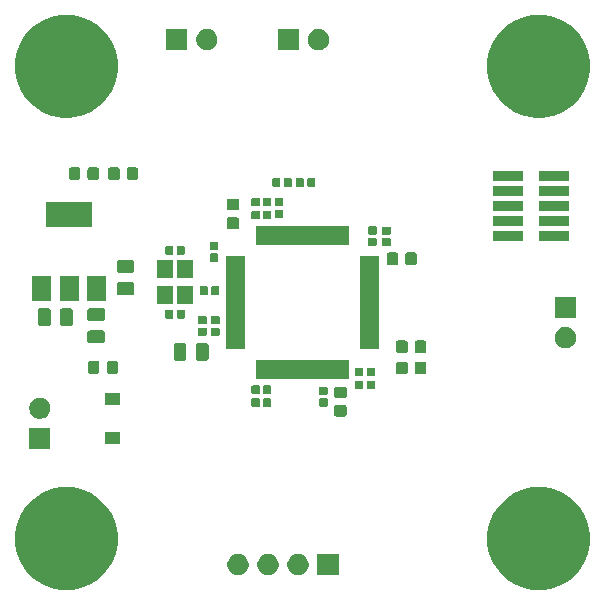
<source format=gbr>
G04 #@! TF.GenerationSoftware,KiCad,Pcbnew,(5.1.5)-3*
G04 #@! TF.CreationDate,2020-03-24T14:58:58+01:00*
G04 #@! TF.ProjectId,STM32F4_Breakout,53544d33-3246-4345-9f42-7265616b6f75,rev?*
G04 #@! TF.SameCoordinates,Original*
G04 #@! TF.FileFunction,Soldermask,Top*
G04 #@! TF.FilePolarity,Negative*
%FSLAX46Y46*%
G04 Gerber Fmt 4.6, Leading zero omitted, Abs format (unit mm)*
G04 Created by KiCad (PCBNEW (5.1.5)-3) date 2020-03-24 14:58:58*
%MOMM*%
%LPD*%
G04 APERTURE LIST*
%ADD10C,0.100000*%
G04 APERTURE END LIST*
D10*
G36*
X65548156Y-60672794D02*
G01*
X66269140Y-60816206D01*
X67060972Y-61144193D01*
X67773601Y-61620357D01*
X68379643Y-62226399D01*
X68855807Y-62939028D01*
X69183794Y-63730860D01*
X69351000Y-64571464D01*
X69351000Y-65428536D01*
X69183794Y-66269140D01*
X68855807Y-67060972D01*
X68379643Y-67773601D01*
X67773601Y-68379643D01*
X67060972Y-68855807D01*
X66269140Y-69183794D01*
X65548156Y-69327206D01*
X65428537Y-69351000D01*
X64571463Y-69351000D01*
X64451844Y-69327206D01*
X63730860Y-69183794D01*
X62939028Y-68855807D01*
X62226399Y-68379643D01*
X61620357Y-67773601D01*
X61144193Y-67060972D01*
X60816206Y-66269140D01*
X60649000Y-65428536D01*
X60649000Y-64571464D01*
X60816206Y-63730860D01*
X61144193Y-62939028D01*
X61620357Y-62226399D01*
X62226399Y-61620357D01*
X62939028Y-61144193D01*
X63730860Y-60816206D01*
X64451844Y-60672794D01*
X64571463Y-60649000D01*
X65428537Y-60649000D01*
X65548156Y-60672794D01*
G37*
G36*
X25548156Y-60672794D02*
G01*
X26269140Y-60816206D01*
X27060972Y-61144193D01*
X27773601Y-61620357D01*
X28379643Y-62226399D01*
X28855807Y-62939028D01*
X29183794Y-63730860D01*
X29351000Y-64571464D01*
X29351000Y-65428536D01*
X29183794Y-66269140D01*
X28855807Y-67060972D01*
X28379643Y-67773601D01*
X27773601Y-68379643D01*
X27060972Y-68855807D01*
X26269140Y-69183794D01*
X25548156Y-69327206D01*
X25428537Y-69351000D01*
X24571463Y-69351000D01*
X24451844Y-69327206D01*
X23730860Y-69183794D01*
X22939028Y-68855807D01*
X22226399Y-68379643D01*
X21620357Y-67773601D01*
X21144193Y-67060972D01*
X20816206Y-66269140D01*
X20649000Y-65428536D01*
X20649000Y-64571464D01*
X20816206Y-63730860D01*
X21144193Y-62939028D01*
X21620357Y-62226399D01*
X22226399Y-61620357D01*
X22939028Y-61144193D01*
X23730860Y-60816206D01*
X24451844Y-60672794D01*
X24571463Y-60649000D01*
X25428537Y-60649000D01*
X25548156Y-60672794D01*
G37*
G36*
X42183512Y-66303927D02*
G01*
X42332812Y-66333624D01*
X42496784Y-66401544D01*
X42644354Y-66500147D01*
X42769853Y-66625646D01*
X42868456Y-66773216D01*
X42936376Y-66937188D01*
X42971000Y-67111259D01*
X42971000Y-67288741D01*
X42936376Y-67462812D01*
X42868456Y-67626784D01*
X42769853Y-67774354D01*
X42644354Y-67899853D01*
X42496784Y-67998456D01*
X42332812Y-68066376D01*
X42183512Y-68096073D01*
X42158742Y-68101000D01*
X41981258Y-68101000D01*
X41956488Y-68096073D01*
X41807188Y-68066376D01*
X41643216Y-67998456D01*
X41495646Y-67899853D01*
X41370147Y-67774354D01*
X41271544Y-67626784D01*
X41203624Y-67462812D01*
X41169000Y-67288741D01*
X41169000Y-67111259D01*
X41203624Y-66937188D01*
X41271544Y-66773216D01*
X41370147Y-66625646D01*
X41495646Y-66500147D01*
X41643216Y-66401544D01*
X41807188Y-66333624D01*
X41956488Y-66303927D01*
X41981258Y-66299000D01*
X42158742Y-66299000D01*
X42183512Y-66303927D01*
G37*
G36*
X44723512Y-66303927D02*
G01*
X44872812Y-66333624D01*
X45036784Y-66401544D01*
X45184354Y-66500147D01*
X45309853Y-66625646D01*
X45408456Y-66773216D01*
X45476376Y-66937188D01*
X45511000Y-67111259D01*
X45511000Y-67288741D01*
X45476376Y-67462812D01*
X45408456Y-67626784D01*
X45309853Y-67774354D01*
X45184354Y-67899853D01*
X45036784Y-67998456D01*
X44872812Y-68066376D01*
X44723512Y-68096073D01*
X44698742Y-68101000D01*
X44521258Y-68101000D01*
X44496488Y-68096073D01*
X44347188Y-68066376D01*
X44183216Y-67998456D01*
X44035646Y-67899853D01*
X43910147Y-67774354D01*
X43811544Y-67626784D01*
X43743624Y-67462812D01*
X43709000Y-67288741D01*
X43709000Y-67111259D01*
X43743624Y-66937188D01*
X43811544Y-66773216D01*
X43910147Y-66625646D01*
X44035646Y-66500147D01*
X44183216Y-66401544D01*
X44347188Y-66333624D01*
X44496488Y-66303927D01*
X44521258Y-66299000D01*
X44698742Y-66299000D01*
X44723512Y-66303927D01*
G37*
G36*
X48051000Y-68101000D02*
G01*
X46249000Y-68101000D01*
X46249000Y-66299000D01*
X48051000Y-66299000D01*
X48051000Y-68101000D01*
G37*
G36*
X39643512Y-66303927D02*
G01*
X39792812Y-66333624D01*
X39956784Y-66401544D01*
X40104354Y-66500147D01*
X40229853Y-66625646D01*
X40328456Y-66773216D01*
X40396376Y-66937188D01*
X40431000Y-67111259D01*
X40431000Y-67288741D01*
X40396376Y-67462812D01*
X40328456Y-67626784D01*
X40229853Y-67774354D01*
X40104354Y-67899853D01*
X39956784Y-67998456D01*
X39792812Y-68066376D01*
X39643512Y-68096073D01*
X39618742Y-68101000D01*
X39441258Y-68101000D01*
X39416488Y-68096073D01*
X39267188Y-68066376D01*
X39103216Y-67998456D01*
X38955646Y-67899853D01*
X38830147Y-67774354D01*
X38731544Y-67626784D01*
X38663624Y-67462812D01*
X38629000Y-67288741D01*
X38629000Y-67111259D01*
X38663624Y-66937188D01*
X38731544Y-66773216D01*
X38830147Y-66625646D01*
X38955646Y-66500147D01*
X39103216Y-66401544D01*
X39267188Y-66333624D01*
X39416488Y-66303927D01*
X39441258Y-66299000D01*
X39618742Y-66299000D01*
X39643512Y-66303927D01*
G37*
G36*
X23651000Y-57401000D02*
G01*
X21849000Y-57401000D01*
X21849000Y-55599000D01*
X23651000Y-55599000D01*
X23651000Y-57401000D01*
G37*
G36*
X29551000Y-57001000D02*
G01*
X28249000Y-57001000D01*
X28249000Y-55999000D01*
X29551000Y-55999000D01*
X29551000Y-57001000D01*
G37*
G36*
X22863512Y-53063927D02*
G01*
X23012812Y-53093624D01*
X23176784Y-53161544D01*
X23324354Y-53260147D01*
X23449853Y-53385646D01*
X23548456Y-53533216D01*
X23616376Y-53697188D01*
X23641113Y-53821553D01*
X23650949Y-53871000D01*
X23651000Y-53871259D01*
X23651000Y-54048741D01*
X23616376Y-54222812D01*
X23548456Y-54386784D01*
X23449853Y-54534354D01*
X23324354Y-54659853D01*
X23176784Y-54758456D01*
X23012812Y-54826376D01*
X22863512Y-54856073D01*
X22838742Y-54861000D01*
X22661258Y-54861000D01*
X22636488Y-54856073D01*
X22487188Y-54826376D01*
X22323216Y-54758456D01*
X22175646Y-54659853D01*
X22050147Y-54534354D01*
X21951544Y-54386784D01*
X21883624Y-54222812D01*
X21849000Y-54048741D01*
X21849000Y-53871259D01*
X21849052Y-53871000D01*
X21858887Y-53821553D01*
X21883624Y-53697188D01*
X21951544Y-53533216D01*
X22050147Y-53385646D01*
X22175646Y-53260147D01*
X22323216Y-53161544D01*
X22487188Y-53093624D01*
X22636488Y-53063927D01*
X22661258Y-53059000D01*
X22838742Y-53059000D01*
X22863512Y-53063927D01*
G37*
G36*
X48579591Y-53703085D02*
G01*
X48613569Y-53713393D01*
X48644890Y-53730134D01*
X48672339Y-53752661D01*
X48694866Y-53780110D01*
X48711607Y-53811431D01*
X48721915Y-53845409D01*
X48726000Y-53886890D01*
X48726000Y-54488110D01*
X48721915Y-54529591D01*
X48711607Y-54563569D01*
X48694866Y-54594890D01*
X48672339Y-54622339D01*
X48644890Y-54644866D01*
X48613569Y-54661607D01*
X48579591Y-54671915D01*
X48538110Y-54676000D01*
X47861890Y-54676000D01*
X47820409Y-54671915D01*
X47786431Y-54661607D01*
X47755110Y-54644866D01*
X47727661Y-54622339D01*
X47705134Y-54594890D01*
X47688393Y-54563569D01*
X47678085Y-54529591D01*
X47674000Y-54488110D01*
X47674000Y-53886890D01*
X47678085Y-53845409D01*
X47688393Y-53811431D01*
X47705134Y-53780110D01*
X47727661Y-53752661D01*
X47755110Y-53730134D01*
X47786431Y-53713393D01*
X47820409Y-53703085D01*
X47861890Y-53699000D01*
X48538110Y-53699000D01*
X48579591Y-53703085D01*
G37*
G36*
X41271938Y-53131716D02*
G01*
X41292557Y-53137971D01*
X41311553Y-53148124D01*
X41328208Y-53161792D01*
X41341876Y-53178447D01*
X41352029Y-53197443D01*
X41358284Y-53218062D01*
X41361000Y-53245640D01*
X41361000Y-53754360D01*
X41358284Y-53781938D01*
X41352029Y-53802557D01*
X41341876Y-53821553D01*
X41328208Y-53838208D01*
X41311553Y-53851876D01*
X41292557Y-53862029D01*
X41271938Y-53868284D01*
X41244360Y-53871000D01*
X40785640Y-53871000D01*
X40758062Y-53868284D01*
X40737443Y-53862029D01*
X40718447Y-53851876D01*
X40701792Y-53838208D01*
X40688124Y-53821553D01*
X40677971Y-53802557D01*
X40671716Y-53781938D01*
X40669000Y-53754360D01*
X40669000Y-53245640D01*
X40671716Y-53218062D01*
X40677971Y-53197443D01*
X40688124Y-53178447D01*
X40701792Y-53161792D01*
X40718447Y-53148124D01*
X40737443Y-53137971D01*
X40758062Y-53131716D01*
X40785640Y-53129000D01*
X41244360Y-53129000D01*
X41271938Y-53131716D01*
G37*
G36*
X42241938Y-53131716D02*
G01*
X42262557Y-53137971D01*
X42281553Y-53148124D01*
X42298208Y-53161792D01*
X42311876Y-53178447D01*
X42322029Y-53197443D01*
X42328284Y-53218062D01*
X42331000Y-53245640D01*
X42331000Y-53754360D01*
X42328284Y-53781938D01*
X42322029Y-53802557D01*
X42311876Y-53821553D01*
X42298208Y-53838208D01*
X42281553Y-53851876D01*
X42262557Y-53862029D01*
X42241938Y-53868284D01*
X42214360Y-53871000D01*
X41755640Y-53871000D01*
X41728062Y-53868284D01*
X41707443Y-53862029D01*
X41688447Y-53851876D01*
X41671792Y-53838208D01*
X41658124Y-53821553D01*
X41647971Y-53802557D01*
X41641716Y-53781938D01*
X41639000Y-53754360D01*
X41639000Y-53245640D01*
X41641716Y-53218062D01*
X41647971Y-53197443D01*
X41658124Y-53178447D01*
X41671792Y-53161792D01*
X41688447Y-53148124D01*
X41707443Y-53137971D01*
X41728062Y-53131716D01*
X41755640Y-53129000D01*
X42214360Y-53129000D01*
X42241938Y-53131716D01*
G37*
G36*
X47031938Y-53126716D02*
G01*
X47052557Y-53132971D01*
X47071553Y-53143124D01*
X47088208Y-53156792D01*
X47101876Y-53173447D01*
X47112029Y-53192443D01*
X47118284Y-53213062D01*
X47121000Y-53240640D01*
X47121000Y-53699360D01*
X47118284Y-53726938D01*
X47112029Y-53747557D01*
X47101876Y-53766553D01*
X47088208Y-53783208D01*
X47071553Y-53796876D01*
X47052557Y-53807029D01*
X47031938Y-53813284D01*
X47004360Y-53816000D01*
X46495640Y-53816000D01*
X46468062Y-53813284D01*
X46447443Y-53807029D01*
X46428447Y-53796876D01*
X46411792Y-53783208D01*
X46398124Y-53766553D01*
X46387971Y-53747557D01*
X46381716Y-53726938D01*
X46379000Y-53699360D01*
X46379000Y-53240640D01*
X46381716Y-53213062D01*
X46387971Y-53192443D01*
X46398124Y-53173447D01*
X46411792Y-53156792D01*
X46428447Y-53143124D01*
X46447443Y-53132971D01*
X46468062Y-53126716D01*
X46495640Y-53124000D01*
X47004360Y-53124000D01*
X47031938Y-53126716D01*
G37*
G36*
X29551000Y-53701000D02*
G01*
X28249000Y-53701000D01*
X28249000Y-52699000D01*
X29551000Y-52699000D01*
X29551000Y-53701000D01*
G37*
G36*
X48579591Y-52128085D02*
G01*
X48613569Y-52138393D01*
X48644890Y-52155134D01*
X48672339Y-52177661D01*
X48694866Y-52205110D01*
X48711607Y-52236431D01*
X48721915Y-52270409D01*
X48726000Y-52311890D01*
X48726000Y-52913110D01*
X48721915Y-52954591D01*
X48711607Y-52988569D01*
X48694866Y-53019890D01*
X48672339Y-53047339D01*
X48644890Y-53069866D01*
X48613569Y-53086607D01*
X48579591Y-53096915D01*
X48538110Y-53101000D01*
X47861890Y-53101000D01*
X47820409Y-53096915D01*
X47786431Y-53086607D01*
X47755110Y-53069866D01*
X47727661Y-53047339D01*
X47705134Y-53019890D01*
X47688393Y-52988569D01*
X47678085Y-52954591D01*
X47674000Y-52913110D01*
X47674000Y-52311890D01*
X47678085Y-52270409D01*
X47688393Y-52236431D01*
X47705134Y-52205110D01*
X47727661Y-52177661D01*
X47755110Y-52155134D01*
X47786431Y-52138393D01*
X47820409Y-52128085D01*
X47861890Y-52124000D01*
X48538110Y-52124000D01*
X48579591Y-52128085D01*
G37*
G36*
X47031938Y-52156716D02*
G01*
X47052557Y-52162971D01*
X47071553Y-52173124D01*
X47088208Y-52186792D01*
X47101876Y-52203447D01*
X47112029Y-52222443D01*
X47118284Y-52243062D01*
X47121000Y-52270640D01*
X47121000Y-52729360D01*
X47118284Y-52756938D01*
X47112029Y-52777557D01*
X47101876Y-52796553D01*
X47088208Y-52813208D01*
X47071553Y-52826876D01*
X47052557Y-52837029D01*
X47031938Y-52843284D01*
X47004360Y-52846000D01*
X46495640Y-52846000D01*
X46468062Y-52843284D01*
X46447443Y-52837029D01*
X46428447Y-52826876D01*
X46411792Y-52813208D01*
X46398124Y-52796553D01*
X46387971Y-52777557D01*
X46381716Y-52756938D01*
X46379000Y-52729360D01*
X46379000Y-52270640D01*
X46381716Y-52243062D01*
X46387971Y-52222443D01*
X46398124Y-52203447D01*
X46411792Y-52186792D01*
X46428447Y-52173124D01*
X46447443Y-52162971D01*
X46468062Y-52156716D01*
X46495640Y-52154000D01*
X47004360Y-52154000D01*
X47031938Y-52156716D01*
G37*
G36*
X41271938Y-52031716D02*
G01*
X41292557Y-52037971D01*
X41311553Y-52048124D01*
X41328208Y-52061792D01*
X41341876Y-52078447D01*
X41352029Y-52097443D01*
X41358284Y-52118062D01*
X41361000Y-52145640D01*
X41361000Y-52654360D01*
X41358284Y-52681938D01*
X41352029Y-52702557D01*
X41341876Y-52721553D01*
X41328208Y-52738208D01*
X41311553Y-52751876D01*
X41292557Y-52762029D01*
X41271938Y-52768284D01*
X41244360Y-52771000D01*
X40785640Y-52771000D01*
X40758062Y-52768284D01*
X40737443Y-52762029D01*
X40718447Y-52751876D01*
X40701792Y-52738208D01*
X40688124Y-52721553D01*
X40677971Y-52702557D01*
X40671716Y-52681938D01*
X40669000Y-52654360D01*
X40669000Y-52145640D01*
X40671716Y-52118062D01*
X40677971Y-52097443D01*
X40688124Y-52078447D01*
X40701792Y-52061792D01*
X40718447Y-52048124D01*
X40737443Y-52037971D01*
X40758062Y-52031716D01*
X40785640Y-52029000D01*
X41244360Y-52029000D01*
X41271938Y-52031716D01*
G37*
G36*
X42241938Y-52031716D02*
G01*
X42262557Y-52037971D01*
X42281553Y-52048124D01*
X42298208Y-52061792D01*
X42311876Y-52078447D01*
X42322029Y-52097443D01*
X42328284Y-52118062D01*
X42331000Y-52145640D01*
X42331000Y-52654360D01*
X42328284Y-52681938D01*
X42322029Y-52702557D01*
X42311876Y-52721553D01*
X42298208Y-52738208D01*
X42281553Y-52751876D01*
X42262557Y-52762029D01*
X42241938Y-52768284D01*
X42214360Y-52771000D01*
X41755640Y-52771000D01*
X41728062Y-52768284D01*
X41707443Y-52762029D01*
X41688447Y-52751876D01*
X41671792Y-52738208D01*
X41658124Y-52721553D01*
X41647971Y-52702557D01*
X41641716Y-52681938D01*
X41639000Y-52654360D01*
X41639000Y-52145640D01*
X41641716Y-52118062D01*
X41647971Y-52097443D01*
X41658124Y-52078447D01*
X41671792Y-52061792D01*
X41688447Y-52048124D01*
X41707443Y-52037971D01*
X41728062Y-52031716D01*
X41755640Y-52029000D01*
X42214360Y-52029000D01*
X42241938Y-52031716D01*
G37*
G36*
X50056938Y-51631716D02*
G01*
X50077557Y-51637971D01*
X50096553Y-51648124D01*
X50113208Y-51661792D01*
X50126876Y-51678447D01*
X50137029Y-51697443D01*
X50143284Y-51718062D01*
X50146000Y-51745640D01*
X50146000Y-52254360D01*
X50143284Y-52281938D01*
X50137029Y-52302557D01*
X50126876Y-52321553D01*
X50113208Y-52338208D01*
X50096553Y-52351876D01*
X50077557Y-52362029D01*
X50056938Y-52368284D01*
X50029360Y-52371000D01*
X49570640Y-52371000D01*
X49543062Y-52368284D01*
X49522443Y-52362029D01*
X49503447Y-52351876D01*
X49486792Y-52338208D01*
X49473124Y-52321553D01*
X49462971Y-52302557D01*
X49456716Y-52281938D01*
X49454000Y-52254360D01*
X49454000Y-51745640D01*
X49456716Y-51718062D01*
X49462971Y-51697443D01*
X49473124Y-51678447D01*
X49486792Y-51661792D01*
X49503447Y-51648124D01*
X49522443Y-51637971D01*
X49543062Y-51631716D01*
X49570640Y-51629000D01*
X50029360Y-51629000D01*
X50056938Y-51631716D01*
G37*
G36*
X51026938Y-51631716D02*
G01*
X51047557Y-51637971D01*
X51066553Y-51648124D01*
X51083208Y-51661792D01*
X51096876Y-51678447D01*
X51107029Y-51697443D01*
X51113284Y-51718062D01*
X51116000Y-51745640D01*
X51116000Y-52254360D01*
X51113284Y-52281938D01*
X51107029Y-52302557D01*
X51096876Y-52321553D01*
X51083208Y-52338208D01*
X51066553Y-52351876D01*
X51047557Y-52362029D01*
X51026938Y-52368284D01*
X50999360Y-52371000D01*
X50540640Y-52371000D01*
X50513062Y-52368284D01*
X50492443Y-52362029D01*
X50473447Y-52351876D01*
X50456792Y-52338208D01*
X50443124Y-52321553D01*
X50432971Y-52302557D01*
X50426716Y-52281938D01*
X50424000Y-52254360D01*
X50424000Y-51745640D01*
X50426716Y-51718062D01*
X50432971Y-51697443D01*
X50443124Y-51678447D01*
X50456792Y-51661792D01*
X50473447Y-51648124D01*
X50492443Y-51637971D01*
X50513062Y-51631716D01*
X50540640Y-51629000D01*
X50999360Y-51629000D01*
X51026938Y-51631716D01*
G37*
G36*
X41420295Y-49850323D02*
G01*
X41427309Y-49852451D01*
X41441077Y-49859810D01*
X41463716Y-49869187D01*
X41487749Y-49873967D01*
X41512253Y-49873967D01*
X41536286Y-49869186D01*
X41558923Y-49859810D01*
X41572691Y-49852451D01*
X41579705Y-49850323D01*
X41593140Y-49849000D01*
X41906860Y-49849000D01*
X41920295Y-49850323D01*
X41927309Y-49852451D01*
X41941077Y-49859810D01*
X41963716Y-49869187D01*
X41987749Y-49873967D01*
X42012253Y-49873967D01*
X42036286Y-49869186D01*
X42058923Y-49859810D01*
X42072691Y-49852451D01*
X42079705Y-49850323D01*
X42093140Y-49849000D01*
X42406860Y-49849000D01*
X42420295Y-49850323D01*
X42427309Y-49852451D01*
X42441077Y-49859810D01*
X42463716Y-49869187D01*
X42487749Y-49873967D01*
X42512253Y-49873967D01*
X42536286Y-49869186D01*
X42558923Y-49859810D01*
X42572691Y-49852451D01*
X42579705Y-49850323D01*
X42593140Y-49849000D01*
X42906860Y-49849000D01*
X42920295Y-49850323D01*
X42927309Y-49852451D01*
X42941077Y-49859810D01*
X42963716Y-49869187D01*
X42987749Y-49873967D01*
X43012253Y-49873967D01*
X43036286Y-49869186D01*
X43058923Y-49859810D01*
X43072691Y-49852451D01*
X43079705Y-49850323D01*
X43093140Y-49849000D01*
X43406860Y-49849000D01*
X43420295Y-49850323D01*
X43427309Y-49852451D01*
X43441077Y-49859810D01*
X43463716Y-49869187D01*
X43487749Y-49873967D01*
X43512253Y-49873967D01*
X43536286Y-49869186D01*
X43558923Y-49859810D01*
X43572691Y-49852451D01*
X43579705Y-49850323D01*
X43593140Y-49849000D01*
X43906860Y-49849000D01*
X43920295Y-49850323D01*
X43927309Y-49852451D01*
X43941077Y-49859810D01*
X43963716Y-49869187D01*
X43987749Y-49873967D01*
X44012253Y-49873967D01*
X44036286Y-49869186D01*
X44058923Y-49859810D01*
X44072691Y-49852451D01*
X44079705Y-49850323D01*
X44093140Y-49849000D01*
X44406860Y-49849000D01*
X44420295Y-49850323D01*
X44427309Y-49852451D01*
X44441077Y-49859810D01*
X44463716Y-49869187D01*
X44487749Y-49873967D01*
X44512253Y-49873967D01*
X44536286Y-49869186D01*
X44558923Y-49859810D01*
X44572691Y-49852451D01*
X44579705Y-49850323D01*
X44593140Y-49849000D01*
X44906860Y-49849000D01*
X44920295Y-49850323D01*
X44927309Y-49852451D01*
X44941077Y-49859810D01*
X44963716Y-49869187D01*
X44987749Y-49873967D01*
X45012253Y-49873967D01*
X45036286Y-49869186D01*
X45058923Y-49859810D01*
X45072691Y-49852451D01*
X45079705Y-49850323D01*
X45093140Y-49849000D01*
X45406860Y-49849000D01*
X45420295Y-49850323D01*
X45427309Y-49852451D01*
X45441077Y-49859810D01*
X45463716Y-49869187D01*
X45487749Y-49873967D01*
X45512253Y-49873967D01*
X45536286Y-49869186D01*
X45558923Y-49859810D01*
X45572691Y-49852451D01*
X45579705Y-49850323D01*
X45593140Y-49849000D01*
X45906860Y-49849000D01*
X45920295Y-49850323D01*
X45927309Y-49852451D01*
X45941077Y-49859810D01*
X45963716Y-49869187D01*
X45987749Y-49873967D01*
X46012253Y-49873967D01*
X46036286Y-49869186D01*
X46058923Y-49859810D01*
X46072691Y-49852451D01*
X46079705Y-49850323D01*
X46093140Y-49849000D01*
X46406860Y-49849000D01*
X46420295Y-49850323D01*
X46427309Y-49852451D01*
X46441077Y-49859810D01*
X46463716Y-49869187D01*
X46487749Y-49873967D01*
X46512253Y-49873967D01*
X46536286Y-49869186D01*
X46558923Y-49859810D01*
X46572691Y-49852451D01*
X46579705Y-49850323D01*
X46593140Y-49849000D01*
X46906860Y-49849000D01*
X46920295Y-49850323D01*
X46927309Y-49852451D01*
X46941077Y-49859810D01*
X46963716Y-49869187D01*
X46987749Y-49873967D01*
X47012253Y-49873967D01*
X47036286Y-49869186D01*
X47058923Y-49859810D01*
X47072691Y-49852451D01*
X47079705Y-49850323D01*
X47093140Y-49849000D01*
X47406860Y-49849000D01*
X47420295Y-49850323D01*
X47427309Y-49852451D01*
X47441077Y-49859810D01*
X47463716Y-49869187D01*
X47487749Y-49873967D01*
X47512253Y-49873967D01*
X47536286Y-49869186D01*
X47558923Y-49859810D01*
X47572691Y-49852451D01*
X47579705Y-49850323D01*
X47593140Y-49849000D01*
X47906860Y-49849000D01*
X47920295Y-49850323D01*
X47927309Y-49852451D01*
X47941077Y-49859810D01*
X47963716Y-49869187D01*
X47987749Y-49873967D01*
X48012253Y-49873967D01*
X48036286Y-49869186D01*
X48058923Y-49859810D01*
X48072691Y-49852451D01*
X48079705Y-49850323D01*
X48093140Y-49849000D01*
X48406860Y-49849000D01*
X48420295Y-49850323D01*
X48427309Y-49852451D01*
X48441077Y-49859810D01*
X48463716Y-49869187D01*
X48487749Y-49873967D01*
X48512253Y-49873967D01*
X48536286Y-49869186D01*
X48558923Y-49859810D01*
X48572691Y-49852451D01*
X48579705Y-49850323D01*
X48593140Y-49849000D01*
X48906860Y-49849000D01*
X48920295Y-49850323D01*
X48927310Y-49852451D01*
X48933776Y-49855908D01*
X48939442Y-49860558D01*
X48944092Y-49866224D01*
X48947549Y-49872690D01*
X48949677Y-49879705D01*
X48951000Y-49893140D01*
X48951000Y-51456860D01*
X48949677Y-51470295D01*
X48947549Y-51477310D01*
X48944092Y-51483776D01*
X48939442Y-51489442D01*
X48933776Y-51494092D01*
X48927310Y-51497549D01*
X48920295Y-51499677D01*
X48906860Y-51501000D01*
X48593140Y-51501000D01*
X48579705Y-51499677D01*
X48572691Y-51497549D01*
X48558923Y-51490190D01*
X48536284Y-51480813D01*
X48512251Y-51476033D01*
X48487747Y-51476033D01*
X48463714Y-51480814D01*
X48441077Y-51490190D01*
X48427309Y-51497549D01*
X48420295Y-51499677D01*
X48406860Y-51501000D01*
X48093140Y-51501000D01*
X48079705Y-51499677D01*
X48072691Y-51497549D01*
X48058923Y-51490190D01*
X48036284Y-51480813D01*
X48012251Y-51476033D01*
X47987747Y-51476033D01*
X47963714Y-51480814D01*
X47941077Y-51490190D01*
X47927309Y-51497549D01*
X47920295Y-51499677D01*
X47906860Y-51501000D01*
X47593140Y-51501000D01*
X47579705Y-51499677D01*
X47572691Y-51497549D01*
X47558923Y-51490190D01*
X47536284Y-51480813D01*
X47512251Y-51476033D01*
X47487747Y-51476033D01*
X47463714Y-51480814D01*
X47441077Y-51490190D01*
X47427309Y-51497549D01*
X47420295Y-51499677D01*
X47406860Y-51501000D01*
X47093140Y-51501000D01*
X47079705Y-51499677D01*
X47072691Y-51497549D01*
X47058923Y-51490190D01*
X47036284Y-51480813D01*
X47012251Y-51476033D01*
X46987747Y-51476033D01*
X46963714Y-51480814D01*
X46941077Y-51490190D01*
X46927309Y-51497549D01*
X46920295Y-51499677D01*
X46906860Y-51501000D01*
X46593140Y-51501000D01*
X46579705Y-51499677D01*
X46572691Y-51497549D01*
X46558923Y-51490190D01*
X46536284Y-51480813D01*
X46512251Y-51476033D01*
X46487747Y-51476033D01*
X46463714Y-51480814D01*
X46441077Y-51490190D01*
X46427309Y-51497549D01*
X46420295Y-51499677D01*
X46406860Y-51501000D01*
X46093140Y-51501000D01*
X46079705Y-51499677D01*
X46072691Y-51497549D01*
X46058923Y-51490190D01*
X46036284Y-51480813D01*
X46012251Y-51476033D01*
X45987747Y-51476033D01*
X45963714Y-51480814D01*
X45941077Y-51490190D01*
X45927309Y-51497549D01*
X45920295Y-51499677D01*
X45906860Y-51501000D01*
X45593140Y-51501000D01*
X45579705Y-51499677D01*
X45572691Y-51497549D01*
X45558923Y-51490190D01*
X45536284Y-51480813D01*
X45512251Y-51476033D01*
X45487747Y-51476033D01*
X45463714Y-51480814D01*
X45441077Y-51490190D01*
X45427309Y-51497549D01*
X45420295Y-51499677D01*
X45406860Y-51501000D01*
X45093140Y-51501000D01*
X45079705Y-51499677D01*
X45072691Y-51497549D01*
X45058923Y-51490190D01*
X45036284Y-51480813D01*
X45012251Y-51476033D01*
X44987747Y-51476033D01*
X44963714Y-51480814D01*
X44941077Y-51490190D01*
X44927309Y-51497549D01*
X44920295Y-51499677D01*
X44906860Y-51501000D01*
X44593140Y-51501000D01*
X44579705Y-51499677D01*
X44572691Y-51497549D01*
X44558923Y-51490190D01*
X44536284Y-51480813D01*
X44512251Y-51476033D01*
X44487747Y-51476033D01*
X44463714Y-51480814D01*
X44441077Y-51490190D01*
X44427309Y-51497549D01*
X44420295Y-51499677D01*
X44406860Y-51501000D01*
X44093140Y-51501000D01*
X44079705Y-51499677D01*
X44072691Y-51497549D01*
X44058923Y-51490190D01*
X44036284Y-51480813D01*
X44012251Y-51476033D01*
X43987747Y-51476033D01*
X43963714Y-51480814D01*
X43941077Y-51490190D01*
X43927309Y-51497549D01*
X43920295Y-51499677D01*
X43906860Y-51501000D01*
X43593140Y-51501000D01*
X43579705Y-51499677D01*
X43572691Y-51497549D01*
X43558923Y-51490190D01*
X43536284Y-51480813D01*
X43512251Y-51476033D01*
X43487747Y-51476033D01*
X43463714Y-51480814D01*
X43441077Y-51490190D01*
X43427309Y-51497549D01*
X43420295Y-51499677D01*
X43406860Y-51501000D01*
X43093140Y-51501000D01*
X43079705Y-51499677D01*
X43072691Y-51497549D01*
X43058923Y-51490190D01*
X43036284Y-51480813D01*
X43012251Y-51476033D01*
X42987747Y-51476033D01*
X42963714Y-51480814D01*
X42941077Y-51490190D01*
X42927309Y-51497549D01*
X42920295Y-51499677D01*
X42906860Y-51501000D01*
X42593140Y-51501000D01*
X42579705Y-51499677D01*
X42572691Y-51497549D01*
X42558923Y-51490190D01*
X42536284Y-51480813D01*
X42512251Y-51476033D01*
X42487747Y-51476033D01*
X42463714Y-51480814D01*
X42441077Y-51490190D01*
X42427309Y-51497549D01*
X42420295Y-51499677D01*
X42406860Y-51501000D01*
X42093140Y-51501000D01*
X42079705Y-51499677D01*
X42072691Y-51497549D01*
X42058923Y-51490190D01*
X42036284Y-51480813D01*
X42012251Y-51476033D01*
X41987747Y-51476033D01*
X41963714Y-51480814D01*
X41941077Y-51490190D01*
X41927309Y-51497549D01*
X41920295Y-51499677D01*
X41906860Y-51501000D01*
X41593140Y-51501000D01*
X41579705Y-51499677D01*
X41572691Y-51497549D01*
X41558923Y-51490190D01*
X41536284Y-51480813D01*
X41512251Y-51476033D01*
X41487747Y-51476033D01*
X41463714Y-51480814D01*
X41441077Y-51490190D01*
X41427309Y-51497549D01*
X41420295Y-51499677D01*
X41406860Y-51501000D01*
X41093140Y-51501000D01*
X41079705Y-51499677D01*
X41072690Y-51497549D01*
X41066224Y-51494092D01*
X41060558Y-51489442D01*
X41055908Y-51483776D01*
X41052451Y-51477310D01*
X41050323Y-51470295D01*
X41049000Y-51456860D01*
X41049000Y-49893140D01*
X41050323Y-49879705D01*
X41052451Y-49872690D01*
X41055908Y-49866224D01*
X41060558Y-49860558D01*
X41066224Y-49855908D01*
X41072690Y-49852451D01*
X41079705Y-49850323D01*
X41093140Y-49849000D01*
X41406860Y-49849000D01*
X41420295Y-49850323D01*
G37*
G36*
X51026938Y-50531716D02*
G01*
X51047557Y-50537971D01*
X51066553Y-50548124D01*
X51083208Y-50561792D01*
X51096876Y-50578447D01*
X51107029Y-50597443D01*
X51113284Y-50618062D01*
X51116000Y-50645640D01*
X51116000Y-51154360D01*
X51113284Y-51181938D01*
X51107029Y-51202557D01*
X51096876Y-51221553D01*
X51083208Y-51238208D01*
X51066553Y-51251876D01*
X51047557Y-51262029D01*
X51026938Y-51268284D01*
X50999360Y-51271000D01*
X50540640Y-51271000D01*
X50513062Y-51268284D01*
X50492443Y-51262029D01*
X50473447Y-51251876D01*
X50456792Y-51238208D01*
X50443124Y-51221553D01*
X50432971Y-51202557D01*
X50426716Y-51181938D01*
X50424000Y-51154360D01*
X50424000Y-50645640D01*
X50426716Y-50618062D01*
X50432971Y-50597443D01*
X50443124Y-50578447D01*
X50456792Y-50561792D01*
X50473447Y-50548124D01*
X50492443Y-50537971D01*
X50513062Y-50531716D01*
X50540640Y-50529000D01*
X50999360Y-50529000D01*
X51026938Y-50531716D01*
G37*
G36*
X50056938Y-50531716D02*
G01*
X50077557Y-50537971D01*
X50096553Y-50548124D01*
X50113208Y-50561792D01*
X50126876Y-50578447D01*
X50137029Y-50597443D01*
X50143284Y-50618062D01*
X50146000Y-50645640D01*
X50146000Y-51154360D01*
X50143284Y-51181938D01*
X50137029Y-51202557D01*
X50126876Y-51221553D01*
X50113208Y-51238208D01*
X50096553Y-51251876D01*
X50077557Y-51262029D01*
X50056938Y-51268284D01*
X50029360Y-51271000D01*
X49570640Y-51271000D01*
X49543062Y-51268284D01*
X49522443Y-51262029D01*
X49503447Y-51251876D01*
X49486792Y-51238208D01*
X49473124Y-51221553D01*
X49462971Y-51202557D01*
X49456716Y-51181938D01*
X49454000Y-51154360D01*
X49454000Y-50645640D01*
X49456716Y-50618062D01*
X49462971Y-50597443D01*
X49473124Y-50578447D01*
X49486792Y-50561792D01*
X49503447Y-50548124D01*
X49522443Y-50537971D01*
X49543062Y-50531716D01*
X49570640Y-50529000D01*
X50029360Y-50529000D01*
X50056938Y-50531716D01*
G37*
G36*
X55317091Y-50028085D02*
G01*
X55351069Y-50038393D01*
X55382390Y-50055134D01*
X55409839Y-50077661D01*
X55432366Y-50105110D01*
X55449107Y-50136431D01*
X55459415Y-50170409D01*
X55463500Y-50211890D01*
X55463500Y-50888110D01*
X55459415Y-50929591D01*
X55449107Y-50963569D01*
X55432366Y-50994890D01*
X55409839Y-51022339D01*
X55382390Y-51044866D01*
X55351069Y-51061607D01*
X55317091Y-51071915D01*
X55275610Y-51076000D01*
X54674390Y-51076000D01*
X54632909Y-51071915D01*
X54598931Y-51061607D01*
X54567610Y-51044866D01*
X54540161Y-51022339D01*
X54517634Y-50994890D01*
X54500893Y-50963569D01*
X54490585Y-50929591D01*
X54486500Y-50888110D01*
X54486500Y-50211890D01*
X54490585Y-50170409D01*
X54500893Y-50136431D01*
X54517634Y-50105110D01*
X54540161Y-50077661D01*
X54567610Y-50055134D01*
X54598931Y-50038393D01*
X54632909Y-50028085D01*
X54674390Y-50024000D01*
X55275610Y-50024000D01*
X55317091Y-50028085D01*
G37*
G36*
X53742091Y-50028085D02*
G01*
X53776069Y-50038393D01*
X53807390Y-50055134D01*
X53834839Y-50077661D01*
X53857366Y-50105110D01*
X53874107Y-50136431D01*
X53884415Y-50170409D01*
X53888500Y-50211890D01*
X53888500Y-50888110D01*
X53884415Y-50929591D01*
X53874107Y-50963569D01*
X53857366Y-50994890D01*
X53834839Y-51022339D01*
X53807390Y-51044866D01*
X53776069Y-51061607D01*
X53742091Y-51071915D01*
X53700610Y-51076000D01*
X53099390Y-51076000D01*
X53057909Y-51071915D01*
X53023931Y-51061607D01*
X52992610Y-51044866D01*
X52965161Y-51022339D01*
X52942634Y-50994890D01*
X52925893Y-50963569D01*
X52915585Y-50929591D01*
X52911500Y-50888110D01*
X52911500Y-50211890D01*
X52915585Y-50170409D01*
X52925893Y-50136431D01*
X52942634Y-50105110D01*
X52965161Y-50077661D01*
X52992610Y-50055134D01*
X53023931Y-50038393D01*
X53057909Y-50028085D01*
X53099390Y-50024000D01*
X53700610Y-50024000D01*
X53742091Y-50028085D01*
G37*
G36*
X27654591Y-49978085D02*
G01*
X27688569Y-49988393D01*
X27719890Y-50005134D01*
X27747339Y-50027661D01*
X27769866Y-50055110D01*
X27786607Y-50086431D01*
X27796915Y-50120409D01*
X27801000Y-50161890D01*
X27801000Y-50838110D01*
X27796915Y-50879591D01*
X27786607Y-50913569D01*
X27769866Y-50944890D01*
X27747339Y-50972339D01*
X27719890Y-50994866D01*
X27688569Y-51011607D01*
X27654591Y-51021915D01*
X27613110Y-51026000D01*
X27011890Y-51026000D01*
X26970409Y-51021915D01*
X26936431Y-51011607D01*
X26905110Y-50994866D01*
X26877661Y-50972339D01*
X26855134Y-50944890D01*
X26838393Y-50913569D01*
X26828085Y-50879591D01*
X26824000Y-50838110D01*
X26824000Y-50161890D01*
X26828085Y-50120409D01*
X26838393Y-50086431D01*
X26855134Y-50055110D01*
X26877661Y-50027661D01*
X26905110Y-50005134D01*
X26936431Y-49988393D01*
X26970409Y-49978085D01*
X27011890Y-49974000D01*
X27613110Y-49974000D01*
X27654591Y-49978085D01*
G37*
G36*
X29229591Y-49978085D02*
G01*
X29263569Y-49988393D01*
X29294890Y-50005134D01*
X29322339Y-50027661D01*
X29344866Y-50055110D01*
X29361607Y-50086431D01*
X29371915Y-50120409D01*
X29376000Y-50161890D01*
X29376000Y-50838110D01*
X29371915Y-50879591D01*
X29361607Y-50913569D01*
X29344866Y-50944890D01*
X29322339Y-50972339D01*
X29294890Y-50994866D01*
X29263569Y-51011607D01*
X29229591Y-51021915D01*
X29188110Y-51026000D01*
X28586890Y-51026000D01*
X28545409Y-51021915D01*
X28511431Y-51011607D01*
X28480110Y-50994866D01*
X28452661Y-50972339D01*
X28430134Y-50944890D01*
X28413393Y-50913569D01*
X28403085Y-50879591D01*
X28399000Y-50838110D01*
X28399000Y-50161890D01*
X28403085Y-50120409D01*
X28413393Y-50086431D01*
X28430134Y-50055110D01*
X28452661Y-50027661D01*
X28480110Y-50005134D01*
X28511431Y-49988393D01*
X28545409Y-49978085D01*
X28586890Y-49974000D01*
X29188110Y-49974000D01*
X29229591Y-49978085D01*
G37*
G36*
X34996968Y-48453565D02*
G01*
X35035638Y-48465296D01*
X35071277Y-48484346D01*
X35102517Y-48509983D01*
X35128154Y-48541223D01*
X35147204Y-48576862D01*
X35158935Y-48615532D01*
X35163500Y-48661888D01*
X35163500Y-49738112D01*
X35158935Y-49784468D01*
X35147204Y-49823138D01*
X35128154Y-49858777D01*
X35102517Y-49890017D01*
X35071277Y-49915654D01*
X35035638Y-49934704D01*
X34996968Y-49946435D01*
X34950612Y-49951000D01*
X34299388Y-49951000D01*
X34253032Y-49946435D01*
X34214362Y-49934704D01*
X34178723Y-49915654D01*
X34147483Y-49890017D01*
X34121846Y-49858777D01*
X34102796Y-49823138D01*
X34091065Y-49784468D01*
X34086500Y-49738112D01*
X34086500Y-48661888D01*
X34091065Y-48615532D01*
X34102796Y-48576862D01*
X34121846Y-48541223D01*
X34147483Y-48509983D01*
X34178723Y-48484346D01*
X34214362Y-48465296D01*
X34253032Y-48453565D01*
X34299388Y-48449000D01*
X34950612Y-48449000D01*
X34996968Y-48453565D01*
G37*
G36*
X36871968Y-48453565D02*
G01*
X36910638Y-48465296D01*
X36946277Y-48484346D01*
X36977517Y-48509983D01*
X37003154Y-48541223D01*
X37022204Y-48576862D01*
X37033935Y-48615532D01*
X37038500Y-48661888D01*
X37038500Y-49738112D01*
X37033935Y-49784468D01*
X37022204Y-49823138D01*
X37003154Y-49858777D01*
X36977517Y-49890017D01*
X36946277Y-49915654D01*
X36910638Y-49934704D01*
X36871968Y-49946435D01*
X36825612Y-49951000D01*
X36174388Y-49951000D01*
X36128032Y-49946435D01*
X36089362Y-49934704D01*
X36053723Y-49915654D01*
X36022483Y-49890017D01*
X35996846Y-49858777D01*
X35977796Y-49823138D01*
X35966065Y-49784468D01*
X35961500Y-49738112D01*
X35961500Y-48661888D01*
X35966065Y-48615532D01*
X35977796Y-48576862D01*
X35996846Y-48541223D01*
X36022483Y-48509983D01*
X36053723Y-48484346D01*
X36089362Y-48465296D01*
X36128032Y-48453565D01*
X36174388Y-48449000D01*
X36825612Y-48449000D01*
X36871968Y-48453565D01*
G37*
G36*
X55317091Y-48228085D02*
G01*
X55351069Y-48238393D01*
X55382390Y-48255134D01*
X55409839Y-48277661D01*
X55432366Y-48305110D01*
X55449107Y-48336431D01*
X55459415Y-48370409D01*
X55463500Y-48411890D01*
X55463500Y-49088110D01*
X55459415Y-49129591D01*
X55449107Y-49163569D01*
X55432366Y-49194890D01*
X55409839Y-49222339D01*
X55382390Y-49244866D01*
X55351069Y-49261607D01*
X55317091Y-49271915D01*
X55275610Y-49276000D01*
X54674390Y-49276000D01*
X54632909Y-49271915D01*
X54598931Y-49261607D01*
X54567610Y-49244866D01*
X54540161Y-49222339D01*
X54517634Y-49194890D01*
X54500893Y-49163569D01*
X54490585Y-49129591D01*
X54486500Y-49088110D01*
X54486500Y-48411890D01*
X54490585Y-48370409D01*
X54500893Y-48336431D01*
X54517634Y-48305110D01*
X54540161Y-48277661D01*
X54567610Y-48255134D01*
X54598931Y-48238393D01*
X54632909Y-48228085D01*
X54674390Y-48224000D01*
X55275610Y-48224000D01*
X55317091Y-48228085D01*
G37*
G36*
X53742091Y-48228085D02*
G01*
X53776069Y-48238393D01*
X53807390Y-48255134D01*
X53834839Y-48277661D01*
X53857366Y-48305110D01*
X53874107Y-48336431D01*
X53884415Y-48370409D01*
X53888500Y-48411890D01*
X53888500Y-49088110D01*
X53884415Y-49129591D01*
X53874107Y-49163569D01*
X53857366Y-49194890D01*
X53834839Y-49222339D01*
X53807390Y-49244866D01*
X53776069Y-49261607D01*
X53742091Y-49271915D01*
X53700610Y-49276000D01*
X53099390Y-49276000D01*
X53057909Y-49271915D01*
X53023931Y-49261607D01*
X52992610Y-49244866D01*
X52965161Y-49222339D01*
X52942634Y-49194890D01*
X52925893Y-49163569D01*
X52915585Y-49129591D01*
X52911500Y-49088110D01*
X52911500Y-48411890D01*
X52915585Y-48370409D01*
X52925893Y-48336431D01*
X52942634Y-48305110D01*
X52965161Y-48277661D01*
X52992610Y-48255134D01*
X53023931Y-48238393D01*
X53057909Y-48228085D01*
X53099390Y-48224000D01*
X53700610Y-48224000D01*
X53742091Y-48228085D01*
G37*
G36*
X51470295Y-41050323D02*
G01*
X51477310Y-41052451D01*
X51483776Y-41055908D01*
X51489442Y-41060558D01*
X51494092Y-41066224D01*
X51497549Y-41072690D01*
X51499677Y-41079705D01*
X51501000Y-41093140D01*
X51501000Y-41406860D01*
X51499677Y-41420295D01*
X51497549Y-41427309D01*
X51490190Y-41441077D01*
X51480813Y-41463716D01*
X51476033Y-41487749D01*
X51476033Y-41512253D01*
X51480814Y-41536286D01*
X51490190Y-41558923D01*
X51497549Y-41572691D01*
X51499677Y-41579705D01*
X51501000Y-41593140D01*
X51501000Y-41906860D01*
X51499677Y-41920295D01*
X51497549Y-41927309D01*
X51490190Y-41941077D01*
X51480813Y-41963716D01*
X51476033Y-41987749D01*
X51476033Y-42012253D01*
X51480814Y-42036286D01*
X51490190Y-42058923D01*
X51497549Y-42072691D01*
X51499677Y-42079705D01*
X51501000Y-42093140D01*
X51501000Y-42406860D01*
X51499677Y-42420295D01*
X51497549Y-42427309D01*
X51490190Y-42441077D01*
X51480813Y-42463716D01*
X51476033Y-42487749D01*
X51476033Y-42512253D01*
X51480814Y-42536286D01*
X51490190Y-42558923D01*
X51497549Y-42572691D01*
X51499677Y-42579705D01*
X51501000Y-42593140D01*
X51501000Y-42906860D01*
X51499677Y-42920295D01*
X51497549Y-42927309D01*
X51490190Y-42941077D01*
X51480813Y-42963716D01*
X51476033Y-42987749D01*
X51476033Y-43012253D01*
X51480814Y-43036286D01*
X51490190Y-43058923D01*
X51497549Y-43072691D01*
X51499677Y-43079705D01*
X51501000Y-43093140D01*
X51501000Y-43406860D01*
X51499677Y-43420295D01*
X51497549Y-43427309D01*
X51490190Y-43441077D01*
X51480813Y-43463716D01*
X51476033Y-43487749D01*
X51476033Y-43512253D01*
X51480814Y-43536286D01*
X51490190Y-43558923D01*
X51497549Y-43572691D01*
X51499677Y-43579705D01*
X51501000Y-43593140D01*
X51501000Y-43906860D01*
X51499677Y-43920295D01*
X51497549Y-43927309D01*
X51490190Y-43941077D01*
X51480813Y-43963716D01*
X51476033Y-43987749D01*
X51476033Y-44012253D01*
X51480814Y-44036286D01*
X51490190Y-44058923D01*
X51497549Y-44072691D01*
X51499677Y-44079705D01*
X51501000Y-44093140D01*
X51501000Y-44406860D01*
X51499677Y-44420295D01*
X51497549Y-44427309D01*
X51490190Y-44441077D01*
X51480813Y-44463716D01*
X51476033Y-44487749D01*
X51476033Y-44512253D01*
X51480814Y-44536286D01*
X51490190Y-44558923D01*
X51497549Y-44572691D01*
X51499677Y-44579705D01*
X51501000Y-44593140D01*
X51501000Y-44906860D01*
X51499677Y-44920295D01*
X51497549Y-44927309D01*
X51490190Y-44941077D01*
X51480813Y-44963716D01*
X51476033Y-44987749D01*
X51476033Y-45012253D01*
X51480814Y-45036286D01*
X51490190Y-45058923D01*
X51497549Y-45072691D01*
X51499677Y-45079705D01*
X51501000Y-45093140D01*
X51501000Y-45406860D01*
X51499677Y-45420295D01*
X51497549Y-45427309D01*
X51490190Y-45441077D01*
X51480813Y-45463716D01*
X51476033Y-45487749D01*
X51476033Y-45512253D01*
X51480814Y-45536286D01*
X51490190Y-45558923D01*
X51497549Y-45572691D01*
X51499677Y-45579705D01*
X51501000Y-45593140D01*
X51501000Y-45906860D01*
X51499677Y-45920295D01*
X51497549Y-45927309D01*
X51490190Y-45941077D01*
X51480813Y-45963716D01*
X51476033Y-45987749D01*
X51476033Y-46012253D01*
X51480814Y-46036286D01*
X51490190Y-46058923D01*
X51497549Y-46072691D01*
X51499677Y-46079705D01*
X51501000Y-46093140D01*
X51501000Y-46406860D01*
X51499677Y-46420295D01*
X51497549Y-46427309D01*
X51490190Y-46441077D01*
X51480813Y-46463716D01*
X51476033Y-46487749D01*
X51476033Y-46512253D01*
X51480814Y-46536286D01*
X51490190Y-46558923D01*
X51497549Y-46572691D01*
X51499677Y-46579705D01*
X51501000Y-46593140D01*
X51501000Y-46906860D01*
X51499677Y-46920295D01*
X51497549Y-46927309D01*
X51490190Y-46941077D01*
X51480813Y-46963716D01*
X51476033Y-46987749D01*
X51476033Y-47012253D01*
X51480814Y-47036286D01*
X51490190Y-47058923D01*
X51497549Y-47072691D01*
X51499677Y-47079705D01*
X51501000Y-47093140D01*
X51501000Y-47406860D01*
X51499677Y-47420295D01*
X51497549Y-47427309D01*
X51490190Y-47441077D01*
X51480813Y-47463716D01*
X51476033Y-47487749D01*
X51476033Y-47512253D01*
X51480814Y-47536286D01*
X51490190Y-47558923D01*
X51497549Y-47572691D01*
X51499677Y-47579705D01*
X51501000Y-47593140D01*
X51501000Y-47906860D01*
X51499677Y-47920295D01*
X51497549Y-47927309D01*
X51490190Y-47941077D01*
X51480813Y-47963716D01*
X51476033Y-47987749D01*
X51476033Y-48012253D01*
X51480814Y-48036286D01*
X51490190Y-48058923D01*
X51497549Y-48072691D01*
X51499677Y-48079705D01*
X51501000Y-48093140D01*
X51501000Y-48406860D01*
X51499677Y-48420295D01*
X51497549Y-48427309D01*
X51490190Y-48441077D01*
X51480813Y-48463716D01*
X51476033Y-48487749D01*
X51476033Y-48512253D01*
X51480814Y-48536286D01*
X51490190Y-48558923D01*
X51497549Y-48572691D01*
X51499677Y-48579705D01*
X51501000Y-48593140D01*
X51501000Y-48906860D01*
X51499677Y-48920295D01*
X51497549Y-48927310D01*
X51494092Y-48933776D01*
X51489442Y-48939442D01*
X51483776Y-48944092D01*
X51477310Y-48947549D01*
X51470295Y-48949677D01*
X51456860Y-48951000D01*
X49893140Y-48951000D01*
X49879705Y-48949677D01*
X49872690Y-48947549D01*
X49866224Y-48944092D01*
X49860558Y-48939442D01*
X49855908Y-48933776D01*
X49852451Y-48927310D01*
X49850323Y-48920295D01*
X49849000Y-48906860D01*
X49849000Y-48593140D01*
X49850323Y-48579705D01*
X49852451Y-48572691D01*
X49859810Y-48558923D01*
X49869187Y-48536284D01*
X49873967Y-48512251D01*
X49873967Y-48487747D01*
X49869186Y-48463714D01*
X49859810Y-48441077D01*
X49852451Y-48427309D01*
X49850323Y-48420295D01*
X49849000Y-48406860D01*
X49849000Y-48093140D01*
X49850323Y-48079705D01*
X49852451Y-48072691D01*
X49859810Y-48058923D01*
X49869187Y-48036284D01*
X49873967Y-48012251D01*
X49873967Y-47987747D01*
X49869186Y-47963714D01*
X49859810Y-47941077D01*
X49852451Y-47927309D01*
X49850323Y-47920295D01*
X49849000Y-47906860D01*
X49849000Y-47593140D01*
X49850323Y-47579705D01*
X49852451Y-47572691D01*
X49859810Y-47558923D01*
X49869187Y-47536284D01*
X49873967Y-47512251D01*
X49873967Y-47487747D01*
X49869186Y-47463714D01*
X49859810Y-47441077D01*
X49852451Y-47427309D01*
X49850323Y-47420295D01*
X49849000Y-47406860D01*
X49849000Y-47093140D01*
X49850323Y-47079705D01*
X49852451Y-47072691D01*
X49859810Y-47058923D01*
X49869187Y-47036284D01*
X49873967Y-47012251D01*
X49873967Y-46987747D01*
X49869186Y-46963714D01*
X49859810Y-46941077D01*
X49852451Y-46927309D01*
X49850323Y-46920295D01*
X49849000Y-46906860D01*
X49849000Y-46593140D01*
X49850323Y-46579705D01*
X49852451Y-46572691D01*
X49859810Y-46558923D01*
X49869187Y-46536284D01*
X49873967Y-46512251D01*
X49873967Y-46487747D01*
X49869186Y-46463714D01*
X49859810Y-46441077D01*
X49852451Y-46427309D01*
X49850323Y-46420295D01*
X49849000Y-46406860D01*
X49849000Y-46093140D01*
X49850323Y-46079705D01*
X49852451Y-46072691D01*
X49859810Y-46058923D01*
X49869187Y-46036284D01*
X49873967Y-46012251D01*
X49873967Y-45987747D01*
X49869186Y-45963714D01*
X49859810Y-45941077D01*
X49852451Y-45927309D01*
X49850323Y-45920295D01*
X49849000Y-45906860D01*
X49849000Y-45593140D01*
X49850323Y-45579705D01*
X49852451Y-45572691D01*
X49859810Y-45558923D01*
X49869187Y-45536284D01*
X49873967Y-45512251D01*
X49873967Y-45487747D01*
X49869186Y-45463714D01*
X49859810Y-45441077D01*
X49852451Y-45427309D01*
X49850323Y-45420295D01*
X49849000Y-45406860D01*
X49849000Y-45093140D01*
X49850323Y-45079705D01*
X49852451Y-45072691D01*
X49859810Y-45058923D01*
X49869187Y-45036284D01*
X49873967Y-45012251D01*
X49873967Y-44987747D01*
X49869186Y-44963714D01*
X49859810Y-44941077D01*
X49852451Y-44927309D01*
X49850323Y-44920295D01*
X49849000Y-44906860D01*
X49849000Y-44593140D01*
X49850323Y-44579705D01*
X49852451Y-44572691D01*
X49859810Y-44558923D01*
X49869187Y-44536284D01*
X49873967Y-44512251D01*
X49873967Y-44487747D01*
X49869186Y-44463714D01*
X49859810Y-44441077D01*
X49852451Y-44427309D01*
X49850323Y-44420295D01*
X49849000Y-44406860D01*
X49849000Y-44093140D01*
X49850323Y-44079705D01*
X49852451Y-44072691D01*
X49859810Y-44058923D01*
X49869187Y-44036284D01*
X49873967Y-44012251D01*
X49873967Y-43987747D01*
X49869186Y-43963714D01*
X49859810Y-43941077D01*
X49852451Y-43927309D01*
X49850323Y-43920295D01*
X49849000Y-43906860D01*
X49849000Y-43593140D01*
X49850323Y-43579705D01*
X49852451Y-43572691D01*
X49859810Y-43558923D01*
X49869187Y-43536284D01*
X49873967Y-43512251D01*
X49873967Y-43487747D01*
X49869186Y-43463714D01*
X49859810Y-43441077D01*
X49852451Y-43427309D01*
X49850323Y-43420295D01*
X49849000Y-43406860D01*
X49849000Y-43093140D01*
X49850323Y-43079705D01*
X49852451Y-43072691D01*
X49859810Y-43058923D01*
X49869187Y-43036284D01*
X49873967Y-43012251D01*
X49873967Y-42987747D01*
X49869186Y-42963714D01*
X49859810Y-42941077D01*
X49852451Y-42927309D01*
X49850323Y-42920295D01*
X49849000Y-42906860D01*
X49849000Y-42593140D01*
X49850323Y-42579705D01*
X49852451Y-42572691D01*
X49859810Y-42558923D01*
X49869187Y-42536284D01*
X49873967Y-42512251D01*
X49873967Y-42487747D01*
X49869186Y-42463714D01*
X49859810Y-42441077D01*
X49852451Y-42427309D01*
X49850323Y-42420295D01*
X49849000Y-42406860D01*
X49849000Y-42093140D01*
X49850323Y-42079705D01*
X49852451Y-42072691D01*
X49859810Y-42058923D01*
X49869187Y-42036284D01*
X49873967Y-42012251D01*
X49873967Y-41987747D01*
X49869186Y-41963714D01*
X49859810Y-41941077D01*
X49852451Y-41927309D01*
X49850323Y-41920295D01*
X49849000Y-41906860D01*
X49849000Y-41593140D01*
X49850323Y-41579705D01*
X49852451Y-41572691D01*
X49859810Y-41558923D01*
X49869187Y-41536284D01*
X49873967Y-41512251D01*
X49873967Y-41487747D01*
X49869186Y-41463714D01*
X49859810Y-41441077D01*
X49852451Y-41427309D01*
X49850323Y-41420295D01*
X49849000Y-41406860D01*
X49849000Y-41093140D01*
X49850323Y-41079705D01*
X49852451Y-41072690D01*
X49855908Y-41066224D01*
X49860558Y-41060558D01*
X49866224Y-41055908D01*
X49872690Y-41052451D01*
X49879705Y-41050323D01*
X49893140Y-41049000D01*
X51456860Y-41049000D01*
X51470295Y-41050323D01*
G37*
G36*
X40120295Y-41050323D02*
G01*
X40127310Y-41052451D01*
X40133776Y-41055908D01*
X40139442Y-41060558D01*
X40144092Y-41066224D01*
X40147549Y-41072690D01*
X40149677Y-41079705D01*
X40151000Y-41093140D01*
X40151000Y-41406860D01*
X40149677Y-41420295D01*
X40147549Y-41427309D01*
X40140190Y-41441077D01*
X40130813Y-41463716D01*
X40126033Y-41487749D01*
X40126033Y-41512253D01*
X40130814Y-41536286D01*
X40140190Y-41558923D01*
X40147549Y-41572691D01*
X40149677Y-41579705D01*
X40151000Y-41593140D01*
X40151000Y-41906860D01*
X40149677Y-41920295D01*
X40147549Y-41927309D01*
X40140190Y-41941077D01*
X40130813Y-41963716D01*
X40126033Y-41987749D01*
X40126033Y-42012253D01*
X40130814Y-42036286D01*
X40140190Y-42058923D01*
X40147549Y-42072691D01*
X40149677Y-42079705D01*
X40151000Y-42093140D01*
X40151000Y-42406860D01*
X40149677Y-42420295D01*
X40147549Y-42427309D01*
X40140190Y-42441077D01*
X40130813Y-42463716D01*
X40126033Y-42487749D01*
X40126033Y-42512253D01*
X40130814Y-42536286D01*
X40140190Y-42558923D01*
X40147549Y-42572691D01*
X40149677Y-42579705D01*
X40151000Y-42593140D01*
X40151000Y-42906860D01*
X40149677Y-42920295D01*
X40147549Y-42927309D01*
X40140190Y-42941077D01*
X40130813Y-42963716D01*
X40126033Y-42987749D01*
X40126033Y-43012253D01*
X40130814Y-43036286D01*
X40140190Y-43058923D01*
X40147549Y-43072691D01*
X40149677Y-43079705D01*
X40151000Y-43093140D01*
X40151000Y-43406860D01*
X40149677Y-43420295D01*
X40147549Y-43427309D01*
X40140190Y-43441077D01*
X40130813Y-43463716D01*
X40126033Y-43487749D01*
X40126033Y-43512253D01*
X40130814Y-43536286D01*
X40140190Y-43558923D01*
X40147549Y-43572691D01*
X40149677Y-43579705D01*
X40151000Y-43593140D01*
X40151000Y-43906860D01*
X40149677Y-43920295D01*
X40147549Y-43927309D01*
X40140190Y-43941077D01*
X40130813Y-43963716D01*
X40126033Y-43987749D01*
X40126033Y-44012253D01*
X40130814Y-44036286D01*
X40140190Y-44058923D01*
X40147549Y-44072691D01*
X40149677Y-44079705D01*
X40151000Y-44093140D01*
X40151000Y-44406860D01*
X40149677Y-44420295D01*
X40147549Y-44427309D01*
X40140190Y-44441077D01*
X40130813Y-44463716D01*
X40126033Y-44487749D01*
X40126033Y-44512253D01*
X40130814Y-44536286D01*
X40140190Y-44558923D01*
X40147549Y-44572691D01*
X40149677Y-44579705D01*
X40151000Y-44593140D01*
X40151000Y-44906860D01*
X40149677Y-44920295D01*
X40147549Y-44927309D01*
X40140190Y-44941077D01*
X40130813Y-44963716D01*
X40126033Y-44987749D01*
X40126033Y-45012253D01*
X40130814Y-45036286D01*
X40140190Y-45058923D01*
X40147549Y-45072691D01*
X40149677Y-45079705D01*
X40151000Y-45093140D01*
X40151000Y-45406860D01*
X40149677Y-45420295D01*
X40147549Y-45427309D01*
X40140190Y-45441077D01*
X40130813Y-45463716D01*
X40126033Y-45487749D01*
X40126033Y-45512253D01*
X40130814Y-45536286D01*
X40140190Y-45558923D01*
X40147549Y-45572691D01*
X40149677Y-45579705D01*
X40151000Y-45593140D01*
X40151000Y-45906860D01*
X40149677Y-45920295D01*
X40147549Y-45927309D01*
X40140190Y-45941077D01*
X40130813Y-45963716D01*
X40126033Y-45987749D01*
X40126033Y-46012253D01*
X40130814Y-46036286D01*
X40140190Y-46058923D01*
X40147549Y-46072691D01*
X40149677Y-46079705D01*
X40151000Y-46093140D01*
X40151000Y-46406860D01*
X40149677Y-46420295D01*
X40147549Y-46427309D01*
X40140190Y-46441077D01*
X40130813Y-46463716D01*
X40126033Y-46487749D01*
X40126033Y-46512253D01*
X40130814Y-46536286D01*
X40140190Y-46558923D01*
X40147549Y-46572691D01*
X40149677Y-46579705D01*
X40151000Y-46593140D01*
X40151000Y-46906860D01*
X40149677Y-46920295D01*
X40147549Y-46927309D01*
X40140190Y-46941077D01*
X40130813Y-46963716D01*
X40126033Y-46987749D01*
X40126033Y-47012253D01*
X40130814Y-47036286D01*
X40140190Y-47058923D01*
X40147549Y-47072691D01*
X40149677Y-47079705D01*
X40151000Y-47093140D01*
X40151000Y-47406860D01*
X40149677Y-47420295D01*
X40147549Y-47427309D01*
X40140190Y-47441077D01*
X40130813Y-47463716D01*
X40126033Y-47487749D01*
X40126033Y-47512253D01*
X40130814Y-47536286D01*
X40140190Y-47558923D01*
X40147549Y-47572691D01*
X40149677Y-47579705D01*
X40151000Y-47593140D01*
X40151000Y-47906860D01*
X40149677Y-47920295D01*
X40147549Y-47927309D01*
X40140190Y-47941077D01*
X40130813Y-47963716D01*
X40126033Y-47987749D01*
X40126033Y-48012253D01*
X40130814Y-48036286D01*
X40140190Y-48058923D01*
X40147549Y-48072691D01*
X40149677Y-48079705D01*
X40151000Y-48093140D01*
X40151000Y-48406860D01*
X40149677Y-48420295D01*
X40147549Y-48427309D01*
X40140190Y-48441077D01*
X40130813Y-48463716D01*
X40126033Y-48487749D01*
X40126033Y-48512253D01*
X40130814Y-48536286D01*
X40140190Y-48558923D01*
X40147549Y-48572691D01*
X40149677Y-48579705D01*
X40151000Y-48593140D01*
X40151000Y-48906860D01*
X40149677Y-48920295D01*
X40147549Y-48927310D01*
X40144092Y-48933776D01*
X40139442Y-48939442D01*
X40133776Y-48944092D01*
X40127310Y-48947549D01*
X40120295Y-48949677D01*
X40106860Y-48951000D01*
X38543140Y-48951000D01*
X38529705Y-48949677D01*
X38522690Y-48947549D01*
X38516224Y-48944092D01*
X38510558Y-48939442D01*
X38505908Y-48933776D01*
X38502451Y-48927310D01*
X38500323Y-48920295D01*
X38499000Y-48906860D01*
X38499000Y-48593140D01*
X38500323Y-48579705D01*
X38502451Y-48572691D01*
X38509810Y-48558923D01*
X38519187Y-48536284D01*
X38523967Y-48512251D01*
X38523967Y-48487747D01*
X38519186Y-48463714D01*
X38509810Y-48441077D01*
X38502451Y-48427309D01*
X38500323Y-48420295D01*
X38499000Y-48406860D01*
X38499000Y-48093140D01*
X38500323Y-48079705D01*
X38502451Y-48072691D01*
X38509810Y-48058923D01*
X38519187Y-48036284D01*
X38523967Y-48012251D01*
X38523967Y-47987747D01*
X38519186Y-47963714D01*
X38509810Y-47941077D01*
X38502451Y-47927309D01*
X38500323Y-47920295D01*
X38499000Y-47906860D01*
X38499000Y-47593140D01*
X38500323Y-47579705D01*
X38502451Y-47572691D01*
X38509810Y-47558923D01*
X38519187Y-47536284D01*
X38523967Y-47512251D01*
X38523967Y-47487747D01*
X38519186Y-47463714D01*
X38509810Y-47441077D01*
X38502451Y-47427309D01*
X38500323Y-47420295D01*
X38499000Y-47406860D01*
X38499000Y-47093140D01*
X38500323Y-47079705D01*
X38502451Y-47072691D01*
X38509810Y-47058923D01*
X38519187Y-47036284D01*
X38523967Y-47012251D01*
X38523967Y-46987747D01*
X38519186Y-46963714D01*
X38509810Y-46941077D01*
X38502451Y-46927309D01*
X38500323Y-46920295D01*
X38499000Y-46906860D01*
X38499000Y-46593140D01*
X38500323Y-46579705D01*
X38502451Y-46572691D01*
X38509810Y-46558923D01*
X38519187Y-46536284D01*
X38523967Y-46512251D01*
X38523967Y-46487747D01*
X38519186Y-46463714D01*
X38509810Y-46441077D01*
X38502451Y-46427309D01*
X38500323Y-46420295D01*
X38499000Y-46406860D01*
X38499000Y-46093140D01*
X38500323Y-46079705D01*
X38502451Y-46072691D01*
X38509810Y-46058923D01*
X38519187Y-46036284D01*
X38523967Y-46012251D01*
X38523967Y-45987747D01*
X38519186Y-45963714D01*
X38509810Y-45941077D01*
X38502451Y-45927309D01*
X38500323Y-45920295D01*
X38499000Y-45906860D01*
X38499000Y-45593140D01*
X38500323Y-45579705D01*
X38502451Y-45572691D01*
X38509810Y-45558923D01*
X38519187Y-45536284D01*
X38523967Y-45512251D01*
X38523967Y-45487747D01*
X38519186Y-45463714D01*
X38509810Y-45441077D01*
X38502451Y-45427309D01*
X38500323Y-45420295D01*
X38499000Y-45406860D01*
X38499000Y-45093140D01*
X38500323Y-45079705D01*
X38502451Y-45072691D01*
X38509810Y-45058923D01*
X38519187Y-45036284D01*
X38523967Y-45012251D01*
X38523967Y-44987747D01*
X38519186Y-44963714D01*
X38509810Y-44941077D01*
X38502451Y-44927309D01*
X38500323Y-44920295D01*
X38499000Y-44906860D01*
X38499000Y-44593140D01*
X38500323Y-44579705D01*
X38502451Y-44572691D01*
X38509810Y-44558923D01*
X38519187Y-44536284D01*
X38523967Y-44512251D01*
X38523967Y-44487747D01*
X38519186Y-44463714D01*
X38509810Y-44441077D01*
X38502451Y-44427309D01*
X38500323Y-44420295D01*
X38499000Y-44406860D01*
X38499000Y-44093140D01*
X38500323Y-44079705D01*
X38502451Y-44072691D01*
X38509810Y-44058923D01*
X38519187Y-44036284D01*
X38523967Y-44012251D01*
X38523967Y-43987747D01*
X38519186Y-43963714D01*
X38509810Y-43941077D01*
X38502451Y-43927309D01*
X38500323Y-43920295D01*
X38499000Y-43906860D01*
X38499000Y-43593140D01*
X38500323Y-43579705D01*
X38502451Y-43572691D01*
X38509810Y-43558923D01*
X38519187Y-43536284D01*
X38523967Y-43512251D01*
X38523967Y-43487747D01*
X38519186Y-43463714D01*
X38509810Y-43441077D01*
X38502451Y-43427309D01*
X38500323Y-43420295D01*
X38499000Y-43406860D01*
X38499000Y-43093140D01*
X38500323Y-43079705D01*
X38502451Y-43072691D01*
X38509810Y-43058923D01*
X38519187Y-43036284D01*
X38523967Y-43012251D01*
X38523967Y-42987747D01*
X38519186Y-42963714D01*
X38509810Y-42941077D01*
X38502451Y-42927309D01*
X38500323Y-42920295D01*
X38499000Y-42906860D01*
X38499000Y-42593140D01*
X38500323Y-42579705D01*
X38502451Y-42572691D01*
X38509810Y-42558923D01*
X38519187Y-42536284D01*
X38523967Y-42512251D01*
X38523967Y-42487747D01*
X38519186Y-42463714D01*
X38509810Y-42441077D01*
X38502451Y-42427309D01*
X38500323Y-42420295D01*
X38499000Y-42406860D01*
X38499000Y-42093140D01*
X38500323Y-42079705D01*
X38502451Y-42072691D01*
X38509810Y-42058923D01*
X38519187Y-42036284D01*
X38523967Y-42012251D01*
X38523967Y-41987747D01*
X38519186Y-41963714D01*
X38509810Y-41941077D01*
X38502451Y-41927309D01*
X38500323Y-41920295D01*
X38499000Y-41906860D01*
X38499000Y-41593140D01*
X38500323Y-41579705D01*
X38502451Y-41572691D01*
X38509810Y-41558923D01*
X38519187Y-41536284D01*
X38523967Y-41512251D01*
X38523967Y-41487747D01*
X38519186Y-41463714D01*
X38509810Y-41441077D01*
X38502451Y-41427309D01*
X38500323Y-41420295D01*
X38499000Y-41406860D01*
X38499000Y-41093140D01*
X38500323Y-41079705D01*
X38502451Y-41072690D01*
X38505908Y-41066224D01*
X38510558Y-41060558D01*
X38516224Y-41055908D01*
X38522690Y-41052451D01*
X38529705Y-41050323D01*
X38543140Y-41049000D01*
X40106860Y-41049000D01*
X40120295Y-41050323D01*
G37*
G36*
X67359555Y-47093140D02*
G01*
X67512812Y-47123624D01*
X67676784Y-47191544D01*
X67824354Y-47290147D01*
X67949853Y-47415646D01*
X68048456Y-47563216D01*
X68116376Y-47727188D01*
X68151000Y-47901259D01*
X68151000Y-48078741D01*
X68116376Y-48252812D01*
X68048456Y-48416784D01*
X67949853Y-48564354D01*
X67824354Y-48689853D01*
X67676784Y-48788456D01*
X67512812Y-48856376D01*
X67363512Y-48886073D01*
X67338742Y-48891000D01*
X67161258Y-48891000D01*
X67136488Y-48886073D01*
X66987188Y-48856376D01*
X66823216Y-48788456D01*
X66675646Y-48689853D01*
X66550147Y-48564354D01*
X66451544Y-48416784D01*
X66383624Y-48252812D01*
X66349000Y-48078741D01*
X66349000Y-47901259D01*
X66383624Y-47727188D01*
X66451544Y-47563216D01*
X66550147Y-47415646D01*
X66675646Y-47290147D01*
X66823216Y-47191544D01*
X66987188Y-47123624D01*
X67140445Y-47093140D01*
X67161258Y-47089000D01*
X67338742Y-47089000D01*
X67359555Y-47093140D01*
G37*
G36*
X28114468Y-47381065D02*
G01*
X28153138Y-47392796D01*
X28188777Y-47411846D01*
X28220017Y-47437483D01*
X28245654Y-47468723D01*
X28264704Y-47504362D01*
X28276435Y-47543032D01*
X28281000Y-47589388D01*
X28281000Y-48240612D01*
X28276435Y-48286968D01*
X28264704Y-48325638D01*
X28245654Y-48361277D01*
X28220017Y-48392517D01*
X28188777Y-48418154D01*
X28153138Y-48437204D01*
X28114468Y-48448935D01*
X28068112Y-48453500D01*
X26991888Y-48453500D01*
X26945532Y-48448935D01*
X26906862Y-48437204D01*
X26871223Y-48418154D01*
X26839983Y-48392517D01*
X26814346Y-48361277D01*
X26795296Y-48325638D01*
X26783565Y-48286968D01*
X26779000Y-48240612D01*
X26779000Y-47589388D01*
X26783565Y-47543032D01*
X26795296Y-47504362D01*
X26814346Y-47468723D01*
X26839983Y-47437483D01*
X26871223Y-47411846D01*
X26906862Y-47392796D01*
X26945532Y-47381065D01*
X26991888Y-47376500D01*
X28068112Y-47376500D01*
X28114468Y-47381065D01*
G37*
G36*
X36781938Y-47141716D02*
G01*
X36802557Y-47147971D01*
X36821553Y-47158124D01*
X36838208Y-47171792D01*
X36851876Y-47188447D01*
X36862029Y-47207443D01*
X36868284Y-47228062D01*
X36871000Y-47255640D01*
X36871000Y-47714360D01*
X36868284Y-47741938D01*
X36862029Y-47762557D01*
X36851876Y-47781553D01*
X36838208Y-47798208D01*
X36821553Y-47811876D01*
X36802557Y-47822029D01*
X36781938Y-47828284D01*
X36754360Y-47831000D01*
X36245640Y-47831000D01*
X36218062Y-47828284D01*
X36197443Y-47822029D01*
X36178447Y-47811876D01*
X36161792Y-47798208D01*
X36148124Y-47781553D01*
X36137971Y-47762557D01*
X36131716Y-47741938D01*
X36129000Y-47714360D01*
X36129000Y-47255640D01*
X36131716Y-47228062D01*
X36137971Y-47207443D01*
X36148124Y-47188447D01*
X36161792Y-47171792D01*
X36178447Y-47158124D01*
X36197443Y-47147971D01*
X36218062Y-47141716D01*
X36245640Y-47139000D01*
X36754360Y-47139000D01*
X36781938Y-47141716D01*
G37*
G36*
X37881938Y-47141716D02*
G01*
X37902557Y-47147971D01*
X37921553Y-47158124D01*
X37938208Y-47171792D01*
X37951876Y-47188447D01*
X37962029Y-47207443D01*
X37968284Y-47228062D01*
X37971000Y-47255640D01*
X37971000Y-47714360D01*
X37968284Y-47741938D01*
X37962029Y-47762557D01*
X37951876Y-47781553D01*
X37938208Y-47798208D01*
X37921553Y-47811876D01*
X37902557Y-47822029D01*
X37881938Y-47828284D01*
X37854360Y-47831000D01*
X37345640Y-47831000D01*
X37318062Y-47828284D01*
X37297443Y-47822029D01*
X37278447Y-47811876D01*
X37261792Y-47798208D01*
X37248124Y-47781553D01*
X37237971Y-47762557D01*
X37231716Y-47741938D01*
X37229000Y-47714360D01*
X37229000Y-47255640D01*
X37231716Y-47228062D01*
X37237971Y-47207443D01*
X37248124Y-47188447D01*
X37261792Y-47171792D01*
X37278447Y-47158124D01*
X37297443Y-47147971D01*
X37318062Y-47141716D01*
X37345640Y-47139000D01*
X37854360Y-47139000D01*
X37881938Y-47141716D01*
G37*
G36*
X23496968Y-45503565D02*
G01*
X23535638Y-45515296D01*
X23571277Y-45534346D01*
X23602517Y-45559983D01*
X23628154Y-45591223D01*
X23647204Y-45626862D01*
X23658935Y-45665532D01*
X23663500Y-45711888D01*
X23663500Y-46788112D01*
X23658935Y-46834468D01*
X23647204Y-46873138D01*
X23628154Y-46908777D01*
X23602517Y-46940017D01*
X23571277Y-46965654D01*
X23535638Y-46984704D01*
X23496968Y-46996435D01*
X23450612Y-47001000D01*
X22799388Y-47001000D01*
X22753032Y-46996435D01*
X22714362Y-46984704D01*
X22678723Y-46965654D01*
X22647483Y-46940017D01*
X22621846Y-46908777D01*
X22602796Y-46873138D01*
X22591065Y-46834468D01*
X22586500Y-46788112D01*
X22586500Y-45711888D01*
X22591065Y-45665532D01*
X22602796Y-45626862D01*
X22621846Y-45591223D01*
X22647483Y-45559983D01*
X22678723Y-45534346D01*
X22714362Y-45515296D01*
X22753032Y-45503565D01*
X22799388Y-45499000D01*
X23450612Y-45499000D01*
X23496968Y-45503565D01*
G37*
G36*
X25371968Y-45503565D02*
G01*
X25410638Y-45515296D01*
X25446277Y-45534346D01*
X25477517Y-45559983D01*
X25503154Y-45591223D01*
X25522204Y-45626862D01*
X25533935Y-45665532D01*
X25538500Y-45711888D01*
X25538500Y-46788112D01*
X25533935Y-46834468D01*
X25522204Y-46873138D01*
X25503154Y-46908777D01*
X25477517Y-46940017D01*
X25446277Y-46965654D01*
X25410638Y-46984704D01*
X25371968Y-46996435D01*
X25325612Y-47001000D01*
X24674388Y-47001000D01*
X24628032Y-46996435D01*
X24589362Y-46984704D01*
X24553723Y-46965654D01*
X24522483Y-46940017D01*
X24496846Y-46908777D01*
X24477796Y-46873138D01*
X24466065Y-46834468D01*
X24461500Y-46788112D01*
X24461500Y-45711888D01*
X24466065Y-45665532D01*
X24477796Y-45626862D01*
X24496846Y-45591223D01*
X24522483Y-45559983D01*
X24553723Y-45534346D01*
X24589362Y-45515296D01*
X24628032Y-45503565D01*
X24674388Y-45499000D01*
X25325612Y-45499000D01*
X25371968Y-45503565D01*
G37*
G36*
X36781938Y-46171716D02*
G01*
X36802557Y-46177971D01*
X36821553Y-46188124D01*
X36838208Y-46201792D01*
X36851876Y-46218447D01*
X36862029Y-46237443D01*
X36868284Y-46258062D01*
X36871000Y-46285640D01*
X36871000Y-46744360D01*
X36868284Y-46771938D01*
X36862029Y-46792557D01*
X36851876Y-46811553D01*
X36838208Y-46828208D01*
X36821553Y-46841876D01*
X36802557Y-46852029D01*
X36781938Y-46858284D01*
X36754360Y-46861000D01*
X36245640Y-46861000D01*
X36218062Y-46858284D01*
X36197443Y-46852029D01*
X36178447Y-46841876D01*
X36161792Y-46828208D01*
X36148124Y-46811553D01*
X36137971Y-46792557D01*
X36131716Y-46771938D01*
X36129000Y-46744360D01*
X36129000Y-46285640D01*
X36131716Y-46258062D01*
X36137971Y-46237443D01*
X36148124Y-46218447D01*
X36161792Y-46201792D01*
X36178447Y-46188124D01*
X36197443Y-46177971D01*
X36218062Y-46171716D01*
X36245640Y-46169000D01*
X36754360Y-46169000D01*
X36781938Y-46171716D01*
G37*
G36*
X37881938Y-46171716D02*
G01*
X37902557Y-46177971D01*
X37921553Y-46188124D01*
X37938208Y-46201792D01*
X37951876Y-46218447D01*
X37962029Y-46237443D01*
X37968284Y-46258062D01*
X37971000Y-46285640D01*
X37971000Y-46744360D01*
X37968284Y-46771938D01*
X37962029Y-46792557D01*
X37951876Y-46811553D01*
X37938208Y-46828208D01*
X37921553Y-46841876D01*
X37902557Y-46852029D01*
X37881938Y-46858284D01*
X37854360Y-46861000D01*
X37345640Y-46861000D01*
X37318062Y-46858284D01*
X37297443Y-46852029D01*
X37278447Y-46841876D01*
X37261792Y-46828208D01*
X37248124Y-46811553D01*
X37237971Y-46792557D01*
X37231716Y-46771938D01*
X37229000Y-46744360D01*
X37229000Y-46285640D01*
X37231716Y-46258062D01*
X37237971Y-46237443D01*
X37248124Y-46218447D01*
X37261792Y-46201792D01*
X37278447Y-46188124D01*
X37297443Y-46177971D01*
X37318062Y-46171716D01*
X37345640Y-46169000D01*
X37854360Y-46169000D01*
X37881938Y-46171716D01*
G37*
G36*
X28114468Y-45506065D02*
G01*
X28153138Y-45517796D01*
X28188777Y-45536846D01*
X28220017Y-45562483D01*
X28245654Y-45593723D01*
X28264704Y-45629362D01*
X28276435Y-45668032D01*
X28281000Y-45714388D01*
X28281000Y-46365612D01*
X28276435Y-46411968D01*
X28264704Y-46450638D01*
X28245654Y-46486277D01*
X28220017Y-46517517D01*
X28188777Y-46543154D01*
X28153138Y-46562204D01*
X28114468Y-46573935D01*
X28068112Y-46578500D01*
X26991888Y-46578500D01*
X26945532Y-46573935D01*
X26906862Y-46562204D01*
X26871223Y-46543154D01*
X26839983Y-46517517D01*
X26814346Y-46486277D01*
X26795296Y-46450638D01*
X26783565Y-46411968D01*
X26779000Y-46365612D01*
X26779000Y-45714388D01*
X26783565Y-45668032D01*
X26795296Y-45629362D01*
X26814346Y-45593723D01*
X26839983Y-45562483D01*
X26871223Y-45536846D01*
X26906862Y-45517796D01*
X26945532Y-45506065D01*
X26991888Y-45501500D01*
X28068112Y-45501500D01*
X28114468Y-45506065D01*
G37*
G36*
X34941938Y-45631716D02*
G01*
X34962557Y-45637971D01*
X34981553Y-45648124D01*
X34998208Y-45661792D01*
X35011876Y-45678447D01*
X35022029Y-45697443D01*
X35028284Y-45718062D01*
X35031000Y-45745640D01*
X35031000Y-46254360D01*
X35028284Y-46281938D01*
X35022029Y-46302557D01*
X35011876Y-46321553D01*
X34998208Y-46338208D01*
X34981553Y-46351876D01*
X34962557Y-46362029D01*
X34941938Y-46368284D01*
X34914360Y-46371000D01*
X34455640Y-46371000D01*
X34428062Y-46368284D01*
X34407443Y-46362029D01*
X34388447Y-46351876D01*
X34371792Y-46338208D01*
X34358124Y-46321553D01*
X34347971Y-46302557D01*
X34341716Y-46281938D01*
X34339000Y-46254360D01*
X34339000Y-45745640D01*
X34341716Y-45718062D01*
X34347971Y-45697443D01*
X34358124Y-45678447D01*
X34371792Y-45661792D01*
X34388447Y-45648124D01*
X34407443Y-45637971D01*
X34428062Y-45631716D01*
X34455640Y-45629000D01*
X34914360Y-45629000D01*
X34941938Y-45631716D01*
G37*
G36*
X33971938Y-45631716D02*
G01*
X33992557Y-45637971D01*
X34011553Y-45648124D01*
X34028208Y-45661792D01*
X34041876Y-45678447D01*
X34052029Y-45697443D01*
X34058284Y-45718062D01*
X34061000Y-45745640D01*
X34061000Y-46254360D01*
X34058284Y-46281938D01*
X34052029Y-46302557D01*
X34041876Y-46321553D01*
X34028208Y-46338208D01*
X34011553Y-46351876D01*
X33992557Y-46362029D01*
X33971938Y-46368284D01*
X33944360Y-46371000D01*
X33485640Y-46371000D01*
X33458062Y-46368284D01*
X33437443Y-46362029D01*
X33418447Y-46351876D01*
X33401792Y-46338208D01*
X33388124Y-46321553D01*
X33377971Y-46302557D01*
X33371716Y-46281938D01*
X33369000Y-46254360D01*
X33369000Y-45745640D01*
X33371716Y-45718062D01*
X33377971Y-45697443D01*
X33388124Y-45678447D01*
X33401792Y-45661792D01*
X33418447Y-45648124D01*
X33437443Y-45637971D01*
X33458062Y-45631716D01*
X33485640Y-45629000D01*
X33944360Y-45629000D01*
X33971938Y-45631716D01*
G37*
G36*
X68151000Y-46351000D02*
G01*
X66349000Y-46351000D01*
X66349000Y-44549000D01*
X68151000Y-44549000D01*
X68151000Y-46351000D01*
G37*
G36*
X34001000Y-45151000D02*
G01*
X32699000Y-45151000D01*
X32699000Y-43649000D01*
X34001000Y-43649000D01*
X34001000Y-45151000D01*
G37*
G36*
X35701000Y-45151000D02*
G01*
X34399000Y-45151000D01*
X34399000Y-43649000D01*
X35701000Y-43649000D01*
X35701000Y-45151000D01*
G37*
G36*
X26026001Y-44901000D02*
G01*
X24424001Y-44901000D01*
X24424001Y-42799000D01*
X26026001Y-42799000D01*
X26026001Y-44901000D01*
G37*
G36*
X28326001Y-44901000D02*
G01*
X26724001Y-44901000D01*
X26724001Y-42799000D01*
X28326001Y-42799000D01*
X28326001Y-44901000D01*
G37*
G36*
X23726001Y-44901000D02*
G01*
X22124001Y-44901000D01*
X22124001Y-42799000D01*
X23726001Y-42799000D01*
X23726001Y-44901000D01*
G37*
G36*
X30584468Y-43303565D02*
G01*
X30623138Y-43315296D01*
X30658777Y-43334346D01*
X30690017Y-43359983D01*
X30715654Y-43391223D01*
X30734704Y-43426862D01*
X30746435Y-43465532D01*
X30751000Y-43511888D01*
X30751000Y-44163112D01*
X30746435Y-44209468D01*
X30734704Y-44248138D01*
X30715654Y-44283777D01*
X30690017Y-44315017D01*
X30658777Y-44340654D01*
X30623138Y-44359704D01*
X30584468Y-44371435D01*
X30538112Y-44376000D01*
X29461888Y-44376000D01*
X29415532Y-44371435D01*
X29376862Y-44359704D01*
X29341223Y-44340654D01*
X29309983Y-44315017D01*
X29284346Y-44283777D01*
X29265296Y-44248138D01*
X29253565Y-44209468D01*
X29249000Y-44163112D01*
X29249000Y-43511888D01*
X29253565Y-43465532D01*
X29265296Y-43426862D01*
X29284346Y-43391223D01*
X29309983Y-43359983D01*
X29341223Y-43334346D01*
X29376862Y-43315296D01*
X29415532Y-43303565D01*
X29461888Y-43299000D01*
X30538112Y-43299000D01*
X30584468Y-43303565D01*
G37*
G36*
X36886938Y-43631716D02*
G01*
X36907557Y-43637971D01*
X36926553Y-43648124D01*
X36943208Y-43661792D01*
X36956876Y-43678447D01*
X36967029Y-43697443D01*
X36973284Y-43718062D01*
X36976000Y-43745640D01*
X36976000Y-44254360D01*
X36973284Y-44281938D01*
X36967029Y-44302557D01*
X36956876Y-44321553D01*
X36943208Y-44338208D01*
X36926553Y-44351876D01*
X36907557Y-44362029D01*
X36886938Y-44368284D01*
X36859360Y-44371000D01*
X36400640Y-44371000D01*
X36373062Y-44368284D01*
X36352443Y-44362029D01*
X36333447Y-44351876D01*
X36316792Y-44338208D01*
X36303124Y-44321553D01*
X36292971Y-44302557D01*
X36286716Y-44281938D01*
X36284000Y-44254360D01*
X36284000Y-43745640D01*
X36286716Y-43718062D01*
X36292971Y-43697443D01*
X36303124Y-43678447D01*
X36316792Y-43661792D01*
X36333447Y-43648124D01*
X36352443Y-43637971D01*
X36373062Y-43631716D01*
X36400640Y-43629000D01*
X36859360Y-43629000D01*
X36886938Y-43631716D01*
G37*
G36*
X37856938Y-43631716D02*
G01*
X37877557Y-43637971D01*
X37896553Y-43648124D01*
X37913208Y-43661792D01*
X37926876Y-43678447D01*
X37937029Y-43697443D01*
X37943284Y-43718062D01*
X37946000Y-43745640D01*
X37946000Y-44254360D01*
X37943284Y-44281938D01*
X37937029Y-44302557D01*
X37926876Y-44321553D01*
X37913208Y-44338208D01*
X37896553Y-44351876D01*
X37877557Y-44362029D01*
X37856938Y-44368284D01*
X37829360Y-44371000D01*
X37370640Y-44371000D01*
X37343062Y-44368284D01*
X37322443Y-44362029D01*
X37303447Y-44351876D01*
X37286792Y-44338208D01*
X37273124Y-44321553D01*
X37262971Y-44302557D01*
X37256716Y-44281938D01*
X37254000Y-44254360D01*
X37254000Y-43745640D01*
X37256716Y-43718062D01*
X37262971Y-43697443D01*
X37273124Y-43678447D01*
X37286792Y-43661792D01*
X37303447Y-43648124D01*
X37322443Y-43637971D01*
X37343062Y-43631716D01*
X37370640Y-43629000D01*
X37829360Y-43629000D01*
X37856938Y-43631716D01*
G37*
G36*
X34001000Y-42951000D02*
G01*
X32699000Y-42951000D01*
X32699000Y-41449000D01*
X34001000Y-41449000D01*
X34001000Y-42951000D01*
G37*
G36*
X35701000Y-42951000D02*
G01*
X34399000Y-42951000D01*
X34399000Y-41449000D01*
X35701000Y-41449000D01*
X35701000Y-42951000D01*
G37*
G36*
X30584468Y-41428565D02*
G01*
X30623138Y-41440296D01*
X30658777Y-41459346D01*
X30690017Y-41484983D01*
X30715654Y-41516223D01*
X30734704Y-41551862D01*
X30746435Y-41590532D01*
X30751000Y-41636888D01*
X30751000Y-42288112D01*
X30746435Y-42334468D01*
X30734704Y-42373138D01*
X30715654Y-42408777D01*
X30690017Y-42440017D01*
X30658777Y-42465654D01*
X30623138Y-42484704D01*
X30584468Y-42496435D01*
X30538112Y-42501000D01*
X29461888Y-42501000D01*
X29415532Y-42496435D01*
X29376862Y-42484704D01*
X29341223Y-42465654D01*
X29309983Y-42440017D01*
X29284346Y-42408777D01*
X29265296Y-42373138D01*
X29253565Y-42334468D01*
X29249000Y-42288112D01*
X29249000Y-41636888D01*
X29253565Y-41590532D01*
X29265296Y-41551862D01*
X29284346Y-41516223D01*
X29309983Y-41484983D01*
X29341223Y-41459346D01*
X29376862Y-41440296D01*
X29415532Y-41428565D01*
X29461888Y-41424000D01*
X30538112Y-41424000D01*
X30584468Y-41428565D01*
G37*
G36*
X54517091Y-40778085D02*
G01*
X54551069Y-40788393D01*
X54582390Y-40805134D01*
X54609839Y-40827661D01*
X54632366Y-40855110D01*
X54649107Y-40886431D01*
X54659415Y-40920409D01*
X54663500Y-40961890D01*
X54663500Y-41638110D01*
X54659415Y-41679591D01*
X54649107Y-41713569D01*
X54632366Y-41744890D01*
X54609839Y-41772339D01*
X54582390Y-41794866D01*
X54551069Y-41811607D01*
X54517091Y-41821915D01*
X54475610Y-41826000D01*
X53874390Y-41826000D01*
X53832909Y-41821915D01*
X53798931Y-41811607D01*
X53767610Y-41794866D01*
X53740161Y-41772339D01*
X53717634Y-41744890D01*
X53700893Y-41713569D01*
X53690585Y-41679591D01*
X53686500Y-41638110D01*
X53686500Y-40961890D01*
X53690585Y-40920409D01*
X53700893Y-40886431D01*
X53717634Y-40855110D01*
X53740161Y-40827661D01*
X53767610Y-40805134D01*
X53798931Y-40788393D01*
X53832909Y-40778085D01*
X53874390Y-40774000D01*
X54475610Y-40774000D01*
X54517091Y-40778085D01*
G37*
G36*
X52942091Y-40778085D02*
G01*
X52976069Y-40788393D01*
X53007390Y-40805134D01*
X53034839Y-40827661D01*
X53057366Y-40855110D01*
X53074107Y-40886431D01*
X53084415Y-40920409D01*
X53088500Y-40961890D01*
X53088500Y-41638110D01*
X53084415Y-41679591D01*
X53074107Y-41713569D01*
X53057366Y-41744890D01*
X53034839Y-41772339D01*
X53007390Y-41794866D01*
X52976069Y-41811607D01*
X52942091Y-41821915D01*
X52900610Y-41826000D01*
X52299390Y-41826000D01*
X52257909Y-41821915D01*
X52223931Y-41811607D01*
X52192610Y-41794866D01*
X52165161Y-41772339D01*
X52142634Y-41744890D01*
X52125893Y-41713569D01*
X52115585Y-41679591D01*
X52111500Y-41638110D01*
X52111500Y-40961890D01*
X52115585Y-40920409D01*
X52125893Y-40886431D01*
X52142634Y-40855110D01*
X52165161Y-40827661D01*
X52192610Y-40805134D01*
X52223931Y-40788393D01*
X52257909Y-40778085D01*
X52299390Y-40774000D01*
X52900610Y-40774000D01*
X52942091Y-40778085D01*
G37*
G36*
X37781938Y-40856716D02*
G01*
X37802557Y-40862971D01*
X37821553Y-40873124D01*
X37838208Y-40886792D01*
X37851876Y-40903447D01*
X37862029Y-40922443D01*
X37868284Y-40943062D01*
X37871000Y-40970640D01*
X37871000Y-41429360D01*
X37868284Y-41456938D01*
X37862029Y-41477557D01*
X37851876Y-41496553D01*
X37838208Y-41513208D01*
X37821553Y-41526876D01*
X37802557Y-41537029D01*
X37781938Y-41543284D01*
X37754360Y-41546000D01*
X37245640Y-41546000D01*
X37218062Y-41543284D01*
X37197443Y-41537029D01*
X37178447Y-41526876D01*
X37161792Y-41513208D01*
X37148124Y-41496553D01*
X37137971Y-41477557D01*
X37131716Y-41456938D01*
X37129000Y-41429360D01*
X37129000Y-40970640D01*
X37131716Y-40943062D01*
X37137971Y-40922443D01*
X37148124Y-40903447D01*
X37161792Y-40886792D01*
X37178447Y-40873124D01*
X37197443Y-40862971D01*
X37218062Y-40856716D01*
X37245640Y-40854000D01*
X37754360Y-40854000D01*
X37781938Y-40856716D01*
G37*
G36*
X34941938Y-40231716D02*
G01*
X34962557Y-40237971D01*
X34981553Y-40248124D01*
X34998208Y-40261792D01*
X35011876Y-40278447D01*
X35022029Y-40297443D01*
X35028284Y-40318062D01*
X35031000Y-40345640D01*
X35031000Y-40854360D01*
X35028284Y-40881938D01*
X35022029Y-40902557D01*
X35011876Y-40921553D01*
X34998208Y-40938208D01*
X34981553Y-40951876D01*
X34962557Y-40962029D01*
X34941938Y-40968284D01*
X34914360Y-40971000D01*
X34455640Y-40971000D01*
X34428062Y-40968284D01*
X34407443Y-40962029D01*
X34388447Y-40951876D01*
X34371792Y-40938208D01*
X34358124Y-40921553D01*
X34347971Y-40902557D01*
X34341716Y-40881938D01*
X34339000Y-40854360D01*
X34339000Y-40345640D01*
X34341716Y-40318062D01*
X34347971Y-40297443D01*
X34358124Y-40278447D01*
X34371792Y-40261792D01*
X34388447Y-40248124D01*
X34407443Y-40237971D01*
X34428062Y-40231716D01*
X34455640Y-40229000D01*
X34914360Y-40229000D01*
X34941938Y-40231716D01*
G37*
G36*
X33971938Y-40231716D02*
G01*
X33992557Y-40237971D01*
X34011553Y-40248124D01*
X34028208Y-40261792D01*
X34041876Y-40278447D01*
X34052029Y-40297443D01*
X34058284Y-40318062D01*
X34061000Y-40345640D01*
X34061000Y-40854360D01*
X34058284Y-40881938D01*
X34052029Y-40902557D01*
X34041876Y-40921553D01*
X34028208Y-40938208D01*
X34011553Y-40951876D01*
X33992557Y-40962029D01*
X33971938Y-40968284D01*
X33944360Y-40971000D01*
X33485640Y-40971000D01*
X33458062Y-40968284D01*
X33437443Y-40962029D01*
X33418447Y-40951876D01*
X33401792Y-40938208D01*
X33388124Y-40921553D01*
X33377971Y-40902557D01*
X33371716Y-40881938D01*
X33369000Y-40854360D01*
X33369000Y-40345640D01*
X33371716Y-40318062D01*
X33377971Y-40297443D01*
X33388124Y-40278447D01*
X33401792Y-40261792D01*
X33418447Y-40248124D01*
X33437443Y-40237971D01*
X33458062Y-40231716D01*
X33485640Y-40229000D01*
X33944360Y-40229000D01*
X33971938Y-40231716D01*
G37*
G36*
X37781938Y-39886716D02*
G01*
X37802557Y-39892971D01*
X37821553Y-39903124D01*
X37838208Y-39916792D01*
X37851876Y-39933447D01*
X37862029Y-39952443D01*
X37868284Y-39973062D01*
X37871000Y-40000640D01*
X37871000Y-40459360D01*
X37868284Y-40486938D01*
X37862029Y-40507557D01*
X37851876Y-40526553D01*
X37838208Y-40543208D01*
X37821553Y-40556876D01*
X37802557Y-40567029D01*
X37781938Y-40573284D01*
X37754360Y-40576000D01*
X37245640Y-40576000D01*
X37218062Y-40573284D01*
X37197443Y-40567029D01*
X37178447Y-40556876D01*
X37161792Y-40543208D01*
X37148124Y-40526553D01*
X37137971Y-40507557D01*
X37131716Y-40486938D01*
X37129000Y-40459360D01*
X37129000Y-40000640D01*
X37131716Y-39973062D01*
X37137971Y-39952443D01*
X37148124Y-39933447D01*
X37161792Y-39916792D01*
X37178447Y-39903124D01*
X37197443Y-39892971D01*
X37218062Y-39886716D01*
X37245640Y-39884000D01*
X37754360Y-39884000D01*
X37781938Y-39886716D01*
G37*
G36*
X52381938Y-39556716D02*
G01*
X52402557Y-39562971D01*
X52421553Y-39573124D01*
X52438208Y-39586792D01*
X52451876Y-39603447D01*
X52462029Y-39622443D01*
X52468284Y-39643062D01*
X52471000Y-39670640D01*
X52471000Y-40129360D01*
X52468284Y-40156938D01*
X52462029Y-40177557D01*
X52451876Y-40196553D01*
X52438208Y-40213208D01*
X52421553Y-40226876D01*
X52402557Y-40237029D01*
X52381938Y-40243284D01*
X52354360Y-40246000D01*
X51845640Y-40246000D01*
X51818062Y-40243284D01*
X51797443Y-40237029D01*
X51778447Y-40226876D01*
X51761792Y-40213208D01*
X51748124Y-40196553D01*
X51737971Y-40177557D01*
X51731716Y-40156938D01*
X51729000Y-40129360D01*
X51729000Y-39670640D01*
X51731716Y-39643062D01*
X51737971Y-39622443D01*
X51748124Y-39603447D01*
X51761792Y-39586792D01*
X51778447Y-39573124D01*
X51797443Y-39562971D01*
X51818062Y-39556716D01*
X51845640Y-39554000D01*
X52354360Y-39554000D01*
X52381938Y-39556716D01*
G37*
G36*
X51181938Y-39541716D02*
G01*
X51202557Y-39547971D01*
X51221553Y-39558124D01*
X51238208Y-39571792D01*
X51251876Y-39588447D01*
X51262029Y-39607443D01*
X51268284Y-39628062D01*
X51271000Y-39655640D01*
X51271000Y-40114360D01*
X51268284Y-40141938D01*
X51262029Y-40162557D01*
X51251876Y-40181553D01*
X51238208Y-40198208D01*
X51221553Y-40211876D01*
X51202557Y-40222029D01*
X51181938Y-40228284D01*
X51154360Y-40231000D01*
X50645640Y-40231000D01*
X50618062Y-40228284D01*
X50597443Y-40222029D01*
X50578447Y-40211876D01*
X50561792Y-40198208D01*
X50548124Y-40181553D01*
X50537971Y-40162557D01*
X50531716Y-40141938D01*
X50529000Y-40114360D01*
X50529000Y-39655640D01*
X50531716Y-39628062D01*
X50537971Y-39607443D01*
X50548124Y-39588447D01*
X50561792Y-39571792D01*
X50578447Y-39558124D01*
X50597443Y-39547971D01*
X50618062Y-39541716D01*
X50645640Y-39539000D01*
X51154360Y-39539000D01*
X51181938Y-39541716D01*
G37*
G36*
X41420295Y-38500323D02*
G01*
X41427309Y-38502451D01*
X41441077Y-38509810D01*
X41463716Y-38519187D01*
X41487749Y-38523967D01*
X41512253Y-38523967D01*
X41536286Y-38519186D01*
X41558923Y-38509810D01*
X41572691Y-38502451D01*
X41579705Y-38500323D01*
X41593140Y-38499000D01*
X41906860Y-38499000D01*
X41920295Y-38500323D01*
X41927309Y-38502451D01*
X41941077Y-38509810D01*
X41963716Y-38519187D01*
X41987749Y-38523967D01*
X42012253Y-38523967D01*
X42036286Y-38519186D01*
X42058923Y-38509810D01*
X42072691Y-38502451D01*
X42079705Y-38500323D01*
X42093140Y-38499000D01*
X42406860Y-38499000D01*
X42420295Y-38500323D01*
X42427309Y-38502451D01*
X42441077Y-38509810D01*
X42463716Y-38519187D01*
X42487749Y-38523967D01*
X42512253Y-38523967D01*
X42536286Y-38519186D01*
X42558923Y-38509810D01*
X42572691Y-38502451D01*
X42579705Y-38500323D01*
X42593140Y-38499000D01*
X42906860Y-38499000D01*
X42920295Y-38500323D01*
X42927309Y-38502451D01*
X42941077Y-38509810D01*
X42963716Y-38519187D01*
X42987749Y-38523967D01*
X43012253Y-38523967D01*
X43036286Y-38519186D01*
X43058923Y-38509810D01*
X43072691Y-38502451D01*
X43079705Y-38500323D01*
X43093140Y-38499000D01*
X43406860Y-38499000D01*
X43420295Y-38500323D01*
X43427309Y-38502451D01*
X43441077Y-38509810D01*
X43463716Y-38519187D01*
X43487749Y-38523967D01*
X43512253Y-38523967D01*
X43536286Y-38519186D01*
X43558923Y-38509810D01*
X43572691Y-38502451D01*
X43579705Y-38500323D01*
X43593140Y-38499000D01*
X43906860Y-38499000D01*
X43920295Y-38500323D01*
X43927309Y-38502451D01*
X43941077Y-38509810D01*
X43963716Y-38519187D01*
X43987749Y-38523967D01*
X44012253Y-38523967D01*
X44036286Y-38519186D01*
X44058923Y-38509810D01*
X44072691Y-38502451D01*
X44079705Y-38500323D01*
X44093140Y-38499000D01*
X44406860Y-38499000D01*
X44420295Y-38500323D01*
X44427309Y-38502451D01*
X44441077Y-38509810D01*
X44463716Y-38519187D01*
X44487749Y-38523967D01*
X44512253Y-38523967D01*
X44536286Y-38519186D01*
X44558923Y-38509810D01*
X44572691Y-38502451D01*
X44579705Y-38500323D01*
X44593140Y-38499000D01*
X44906860Y-38499000D01*
X44920295Y-38500323D01*
X44927309Y-38502451D01*
X44941077Y-38509810D01*
X44963716Y-38519187D01*
X44987749Y-38523967D01*
X45012253Y-38523967D01*
X45036286Y-38519186D01*
X45058923Y-38509810D01*
X45072691Y-38502451D01*
X45079705Y-38500323D01*
X45093140Y-38499000D01*
X45406860Y-38499000D01*
X45420295Y-38500323D01*
X45427309Y-38502451D01*
X45441077Y-38509810D01*
X45463716Y-38519187D01*
X45487749Y-38523967D01*
X45512253Y-38523967D01*
X45536286Y-38519186D01*
X45558923Y-38509810D01*
X45572691Y-38502451D01*
X45579705Y-38500323D01*
X45593140Y-38499000D01*
X45906860Y-38499000D01*
X45920295Y-38500323D01*
X45927309Y-38502451D01*
X45941077Y-38509810D01*
X45963716Y-38519187D01*
X45987749Y-38523967D01*
X46012253Y-38523967D01*
X46036286Y-38519186D01*
X46058923Y-38509810D01*
X46072691Y-38502451D01*
X46079705Y-38500323D01*
X46093140Y-38499000D01*
X46406860Y-38499000D01*
X46420295Y-38500323D01*
X46427309Y-38502451D01*
X46441077Y-38509810D01*
X46463716Y-38519187D01*
X46487749Y-38523967D01*
X46512253Y-38523967D01*
X46536286Y-38519186D01*
X46558923Y-38509810D01*
X46572691Y-38502451D01*
X46579705Y-38500323D01*
X46593140Y-38499000D01*
X46906860Y-38499000D01*
X46920295Y-38500323D01*
X46927309Y-38502451D01*
X46941077Y-38509810D01*
X46963716Y-38519187D01*
X46987749Y-38523967D01*
X47012253Y-38523967D01*
X47036286Y-38519186D01*
X47058923Y-38509810D01*
X47072691Y-38502451D01*
X47079705Y-38500323D01*
X47093140Y-38499000D01*
X47406860Y-38499000D01*
X47420295Y-38500323D01*
X47427309Y-38502451D01*
X47441077Y-38509810D01*
X47463716Y-38519187D01*
X47487749Y-38523967D01*
X47512253Y-38523967D01*
X47536286Y-38519186D01*
X47558923Y-38509810D01*
X47572691Y-38502451D01*
X47579705Y-38500323D01*
X47593140Y-38499000D01*
X47906860Y-38499000D01*
X47920295Y-38500323D01*
X47927309Y-38502451D01*
X47941077Y-38509810D01*
X47963716Y-38519187D01*
X47987749Y-38523967D01*
X48012253Y-38523967D01*
X48036286Y-38519186D01*
X48058923Y-38509810D01*
X48072691Y-38502451D01*
X48079705Y-38500323D01*
X48093140Y-38499000D01*
X48406860Y-38499000D01*
X48420295Y-38500323D01*
X48427309Y-38502451D01*
X48441077Y-38509810D01*
X48463716Y-38519187D01*
X48487749Y-38523967D01*
X48512253Y-38523967D01*
X48536286Y-38519186D01*
X48558923Y-38509810D01*
X48572691Y-38502451D01*
X48579705Y-38500323D01*
X48593140Y-38499000D01*
X48906860Y-38499000D01*
X48920295Y-38500323D01*
X48927310Y-38502451D01*
X48933776Y-38505908D01*
X48939442Y-38510558D01*
X48944092Y-38516224D01*
X48947549Y-38522690D01*
X48949677Y-38529705D01*
X48951000Y-38543140D01*
X48951000Y-40106860D01*
X48949677Y-40120295D01*
X48947549Y-40127310D01*
X48944092Y-40133776D01*
X48939442Y-40139442D01*
X48933776Y-40144092D01*
X48927310Y-40147549D01*
X48920295Y-40149677D01*
X48906860Y-40151000D01*
X48593140Y-40151000D01*
X48579705Y-40149677D01*
X48572691Y-40147549D01*
X48558923Y-40140190D01*
X48536284Y-40130813D01*
X48512251Y-40126033D01*
X48487747Y-40126033D01*
X48463714Y-40130814D01*
X48441077Y-40140190D01*
X48427309Y-40147549D01*
X48420295Y-40149677D01*
X48406860Y-40151000D01*
X48093140Y-40151000D01*
X48079705Y-40149677D01*
X48072691Y-40147549D01*
X48058923Y-40140190D01*
X48036284Y-40130813D01*
X48012251Y-40126033D01*
X47987747Y-40126033D01*
X47963714Y-40130814D01*
X47941077Y-40140190D01*
X47927309Y-40147549D01*
X47920295Y-40149677D01*
X47906860Y-40151000D01*
X47593140Y-40151000D01*
X47579705Y-40149677D01*
X47572691Y-40147549D01*
X47558923Y-40140190D01*
X47536284Y-40130813D01*
X47512251Y-40126033D01*
X47487747Y-40126033D01*
X47463714Y-40130814D01*
X47441077Y-40140190D01*
X47427309Y-40147549D01*
X47420295Y-40149677D01*
X47406860Y-40151000D01*
X47093140Y-40151000D01*
X47079705Y-40149677D01*
X47072691Y-40147549D01*
X47058923Y-40140190D01*
X47036284Y-40130813D01*
X47012251Y-40126033D01*
X46987747Y-40126033D01*
X46963714Y-40130814D01*
X46941077Y-40140190D01*
X46927309Y-40147549D01*
X46920295Y-40149677D01*
X46906860Y-40151000D01*
X46593140Y-40151000D01*
X46579705Y-40149677D01*
X46572691Y-40147549D01*
X46558923Y-40140190D01*
X46536284Y-40130813D01*
X46512251Y-40126033D01*
X46487747Y-40126033D01*
X46463714Y-40130814D01*
X46441077Y-40140190D01*
X46427309Y-40147549D01*
X46420295Y-40149677D01*
X46406860Y-40151000D01*
X46093140Y-40151000D01*
X46079705Y-40149677D01*
X46072691Y-40147549D01*
X46058923Y-40140190D01*
X46036284Y-40130813D01*
X46012251Y-40126033D01*
X45987747Y-40126033D01*
X45963714Y-40130814D01*
X45941077Y-40140190D01*
X45927309Y-40147549D01*
X45920295Y-40149677D01*
X45906860Y-40151000D01*
X45593140Y-40151000D01*
X45579705Y-40149677D01*
X45572691Y-40147549D01*
X45558923Y-40140190D01*
X45536284Y-40130813D01*
X45512251Y-40126033D01*
X45487747Y-40126033D01*
X45463714Y-40130814D01*
X45441077Y-40140190D01*
X45427309Y-40147549D01*
X45420295Y-40149677D01*
X45406860Y-40151000D01*
X45093140Y-40151000D01*
X45079705Y-40149677D01*
X45072691Y-40147549D01*
X45058923Y-40140190D01*
X45036284Y-40130813D01*
X45012251Y-40126033D01*
X44987747Y-40126033D01*
X44963714Y-40130814D01*
X44941077Y-40140190D01*
X44927309Y-40147549D01*
X44920295Y-40149677D01*
X44906860Y-40151000D01*
X44593140Y-40151000D01*
X44579705Y-40149677D01*
X44572691Y-40147549D01*
X44558923Y-40140190D01*
X44536284Y-40130813D01*
X44512251Y-40126033D01*
X44487747Y-40126033D01*
X44463714Y-40130814D01*
X44441077Y-40140190D01*
X44427309Y-40147549D01*
X44420295Y-40149677D01*
X44406860Y-40151000D01*
X44093140Y-40151000D01*
X44079705Y-40149677D01*
X44072691Y-40147549D01*
X44058923Y-40140190D01*
X44036284Y-40130813D01*
X44012251Y-40126033D01*
X43987747Y-40126033D01*
X43963714Y-40130814D01*
X43941077Y-40140190D01*
X43927309Y-40147549D01*
X43920295Y-40149677D01*
X43906860Y-40151000D01*
X43593140Y-40151000D01*
X43579705Y-40149677D01*
X43572691Y-40147549D01*
X43558923Y-40140190D01*
X43536284Y-40130813D01*
X43512251Y-40126033D01*
X43487747Y-40126033D01*
X43463714Y-40130814D01*
X43441077Y-40140190D01*
X43427309Y-40147549D01*
X43420295Y-40149677D01*
X43406860Y-40151000D01*
X43093140Y-40151000D01*
X43079705Y-40149677D01*
X43072691Y-40147549D01*
X43058923Y-40140190D01*
X43036284Y-40130813D01*
X43012251Y-40126033D01*
X42987747Y-40126033D01*
X42963714Y-40130814D01*
X42941077Y-40140190D01*
X42927309Y-40147549D01*
X42920295Y-40149677D01*
X42906860Y-40151000D01*
X42593140Y-40151000D01*
X42579705Y-40149677D01*
X42572691Y-40147549D01*
X42558923Y-40140190D01*
X42536284Y-40130813D01*
X42512251Y-40126033D01*
X42487747Y-40126033D01*
X42463714Y-40130814D01*
X42441077Y-40140190D01*
X42427309Y-40147549D01*
X42420295Y-40149677D01*
X42406860Y-40151000D01*
X42093140Y-40151000D01*
X42079705Y-40149677D01*
X42072691Y-40147549D01*
X42058923Y-40140190D01*
X42036284Y-40130813D01*
X42012251Y-40126033D01*
X41987747Y-40126033D01*
X41963714Y-40130814D01*
X41941077Y-40140190D01*
X41927309Y-40147549D01*
X41920295Y-40149677D01*
X41906860Y-40151000D01*
X41593140Y-40151000D01*
X41579705Y-40149677D01*
X41572691Y-40147549D01*
X41558923Y-40140190D01*
X41536284Y-40130813D01*
X41512251Y-40126033D01*
X41487747Y-40126033D01*
X41463714Y-40130814D01*
X41441077Y-40140190D01*
X41427309Y-40147549D01*
X41420295Y-40149677D01*
X41406860Y-40151000D01*
X41093140Y-40151000D01*
X41079705Y-40149677D01*
X41072690Y-40147549D01*
X41066224Y-40144092D01*
X41060558Y-40139442D01*
X41055908Y-40133776D01*
X41052451Y-40127310D01*
X41050323Y-40120295D01*
X41049000Y-40106860D01*
X41049000Y-38543140D01*
X41050323Y-38529705D01*
X41052451Y-38522690D01*
X41055908Y-38516224D01*
X41060558Y-38510558D01*
X41066224Y-38505908D01*
X41072690Y-38502451D01*
X41079705Y-38500323D01*
X41093140Y-38499000D01*
X41406860Y-38499000D01*
X41420295Y-38500323D01*
G37*
G36*
X63651000Y-39811000D02*
G01*
X61149000Y-39811000D01*
X61149000Y-38969000D01*
X63651000Y-38969000D01*
X63651000Y-39811000D01*
G37*
G36*
X67551000Y-39811000D02*
G01*
X65049000Y-39811000D01*
X65049000Y-38969000D01*
X67551000Y-38969000D01*
X67551000Y-39811000D01*
G37*
G36*
X52381938Y-38586716D02*
G01*
X52402557Y-38592971D01*
X52421553Y-38603124D01*
X52438208Y-38616792D01*
X52451876Y-38633447D01*
X52462029Y-38652443D01*
X52468284Y-38673062D01*
X52471000Y-38700640D01*
X52471000Y-39159360D01*
X52468284Y-39186938D01*
X52462029Y-39207557D01*
X52451876Y-39226553D01*
X52438208Y-39243208D01*
X52421553Y-39256876D01*
X52402557Y-39267029D01*
X52381938Y-39273284D01*
X52354360Y-39276000D01*
X51845640Y-39276000D01*
X51818062Y-39273284D01*
X51797443Y-39267029D01*
X51778447Y-39256876D01*
X51761792Y-39243208D01*
X51748124Y-39226553D01*
X51737971Y-39207557D01*
X51731716Y-39186938D01*
X51729000Y-39159360D01*
X51729000Y-38700640D01*
X51731716Y-38673062D01*
X51737971Y-38652443D01*
X51748124Y-38633447D01*
X51761792Y-38616792D01*
X51778447Y-38603124D01*
X51797443Y-38592971D01*
X51818062Y-38586716D01*
X51845640Y-38584000D01*
X52354360Y-38584000D01*
X52381938Y-38586716D01*
G37*
G36*
X51181938Y-38571716D02*
G01*
X51202557Y-38577971D01*
X51221553Y-38588124D01*
X51238208Y-38601792D01*
X51251876Y-38618447D01*
X51262029Y-38637443D01*
X51268284Y-38658062D01*
X51271000Y-38685640D01*
X51271000Y-39144360D01*
X51268284Y-39171938D01*
X51262029Y-39192557D01*
X51251876Y-39211553D01*
X51238208Y-39228208D01*
X51221553Y-39241876D01*
X51202557Y-39252029D01*
X51181938Y-39258284D01*
X51154360Y-39261000D01*
X50645640Y-39261000D01*
X50618062Y-39258284D01*
X50597443Y-39252029D01*
X50578447Y-39241876D01*
X50561792Y-39228208D01*
X50548124Y-39211553D01*
X50537971Y-39192557D01*
X50531716Y-39171938D01*
X50529000Y-39144360D01*
X50529000Y-38685640D01*
X50531716Y-38658062D01*
X50537971Y-38637443D01*
X50548124Y-38618447D01*
X50561792Y-38601792D01*
X50578447Y-38588124D01*
X50597443Y-38577971D01*
X50618062Y-38571716D01*
X50645640Y-38569000D01*
X51154360Y-38569000D01*
X51181938Y-38571716D01*
G37*
G36*
X39479591Y-37803085D02*
G01*
X39513569Y-37813393D01*
X39544890Y-37830134D01*
X39572339Y-37852661D01*
X39594866Y-37880110D01*
X39611607Y-37911431D01*
X39621915Y-37945409D01*
X39626000Y-37986890D01*
X39626000Y-38588110D01*
X39621915Y-38629591D01*
X39611607Y-38663569D01*
X39594866Y-38694890D01*
X39572339Y-38722339D01*
X39544890Y-38744866D01*
X39513569Y-38761607D01*
X39479591Y-38771915D01*
X39438110Y-38776000D01*
X38761890Y-38776000D01*
X38720409Y-38771915D01*
X38686431Y-38761607D01*
X38655110Y-38744866D01*
X38627661Y-38722339D01*
X38605134Y-38694890D01*
X38588393Y-38663569D01*
X38578085Y-38629591D01*
X38574000Y-38588110D01*
X38574000Y-37986890D01*
X38578085Y-37945409D01*
X38588393Y-37911431D01*
X38605134Y-37880110D01*
X38627661Y-37852661D01*
X38655110Y-37830134D01*
X38686431Y-37813393D01*
X38720409Y-37803085D01*
X38761890Y-37799000D01*
X39438110Y-37799000D01*
X39479591Y-37803085D01*
G37*
G36*
X27176001Y-38601000D02*
G01*
X23274001Y-38601000D01*
X23274001Y-36499000D01*
X27176001Y-36499000D01*
X27176001Y-38601000D01*
G37*
G36*
X67551000Y-38541000D02*
G01*
X65049000Y-38541000D01*
X65049000Y-37699000D01*
X67551000Y-37699000D01*
X67551000Y-38541000D01*
G37*
G36*
X63651000Y-38541000D02*
G01*
X61149000Y-38541000D01*
X61149000Y-37699000D01*
X63651000Y-37699000D01*
X63651000Y-38541000D01*
G37*
G36*
X41271938Y-37231716D02*
G01*
X41292557Y-37237971D01*
X41311553Y-37248124D01*
X41328208Y-37261792D01*
X41341876Y-37278447D01*
X41352029Y-37297443D01*
X41358284Y-37318062D01*
X41361000Y-37345640D01*
X41361000Y-37854360D01*
X41358284Y-37881938D01*
X41352029Y-37902557D01*
X41341876Y-37921553D01*
X41328208Y-37938208D01*
X41311553Y-37951876D01*
X41292557Y-37962029D01*
X41271938Y-37968284D01*
X41244360Y-37971000D01*
X40785640Y-37971000D01*
X40758062Y-37968284D01*
X40737443Y-37962029D01*
X40718447Y-37951876D01*
X40701792Y-37938208D01*
X40688124Y-37921553D01*
X40677971Y-37902557D01*
X40671716Y-37881938D01*
X40669000Y-37854360D01*
X40669000Y-37345640D01*
X40671716Y-37318062D01*
X40677971Y-37297443D01*
X40688124Y-37278447D01*
X40701792Y-37261792D01*
X40718447Y-37248124D01*
X40737443Y-37237971D01*
X40758062Y-37231716D01*
X40785640Y-37229000D01*
X41244360Y-37229000D01*
X41271938Y-37231716D01*
G37*
G36*
X42241938Y-37231716D02*
G01*
X42262557Y-37237971D01*
X42281553Y-37248124D01*
X42298208Y-37261792D01*
X42311876Y-37278447D01*
X42322029Y-37297443D01*
X42328284Y-37318062D01*
X42331000Y-37345640D01*
X42331000Y-37854360D01*
X42328284Y-37881938D01*
X42322029Y-37902557D01*
X42311876Y-37921553D01*
X42298208Y-37938208D01*
X42281553Y-37951876D01*
X42262557Y-37962029D01*
X42241938Y-37968284D01*
X42214360Y-37971000D01*
X41755640Y-37971000D01*
X41728062Y-37968284D01*
X41707443Y-37962029D01*
X41688447Y-37951876D01*
X41671792Y-37938208D01*
X41658124Y-37921553D01*
X41647971Y-37902557D01*
X41641716Y-37881938D01*
X41639000Y-37854360D01*
X41639000Y-37345640D01*
X41641716Y-37318062D01*
X41647971Y-37297443D01*
X41658124Y-37278447D01*
X41671792Y-37261792D01*
X41688447Y-37248124D01*
X41707443Y-37237971D01*
X41728062Y-37231716D01*
X41755640Y-37229000D01*
X42214360Y-37229000D01*
X42241938Y-37231716D01*
G37*
G36*
X43281938Y-37156716D02*
G01*
X43302557Y-37162971D01*
X43321553Y-37173124D01*
X43338208Y-37186792D01*
X43351876Y-37203447D01*
X43362029Y-37222443D01*
X43368284Y-37243062D01*
X43371000Y-37270640D01*
X43371000Y-37729360D01*
X43368284Y-37756938D01*
X43362029Y-37777557D01*
X43351876Y-37796553D01*
X43338208Y-37813208D01*
X43321553Y-37826876D01*
X43302557Y-37837029D01*
X43281938Y-37843284D01*
X43254360Y-37846000D01*
X42745640Y-37846000D01*
X42718062Y-37843284D01*
X42697443Y-37837029D01*
X42678447Y-37826876D01*
X42661792Y-37813208D01*
X42648124Y-37796553D01*
X42637971Y-37777557D01*
X42631716Y-37756938D01*
X42629000Y-37729360D01*
X42629000Y-37270640D01*
X42631716Y-37243062D01*
X42637971Y-37222443D01*
X42648124Y-37203447D01*
X42661792Y-37186792D01*
X42678447Y-37173124D01*
X42697443Y-37162971D01*
X42718062Y-37156716D01*
X42745640Y-37154000D01*
X43254360Y-37154000D01*
X43281938Y-37156716D01*
G37*
G36*
X67551000Y-37271000D02*
G01*
X65049000Y-37271000D01*
X65049000Y-36429000D01*
X67551000Y-36429000D01*
X67551000Y-37271000D01*
G37*
G36*
X63651000Y-37271000D02*
G01*
X61149000Y-37271000D01*
X61149000Y-36429000D01*
X63651000Y-36429000D01*
X63651000Y-37271000D01*
G37*
G36*
X39479591Y-36228085D02*
G01*
X39513569Y-36238393D01*
X39544890Y-36255134D01*
X39572339Y-36277661D01*
X39594866Y-36305110D01*
X39611607Y-36336431D01*
X39621915Y-36370409D01*
X39626000Y-36411890D01*
X39626000Y-37013110D01*
X39621915Y-37054591D01*
X39611607Y-37088569D01*
X39594866Y-37119890D01*
X39572339Y-37147339D01*
X39544890Y-37169866D01*
X39513569Y-37186607D01*
X39479591Y-37196915D01*
X39438110Y-37201000D01*
X38761890Y-37201000D01*
X38720409Y-37196915D01*
X38686431Y-37186607D01*
X38655110Y-37169866D01*
X38627661Y-37147339D01*
X38605134Y-37119890D01*
X38588393Y-37088569D01*
X38578085Y-37054591D01*
X38574000Y-37013110D01*
X38574000Y-36411890D01*
X38578085Y-36370409D01*
X38588393Y-36336431D01*
X38605134Y-36305110D01*
X38627661Y-36277661D01*
X38655110Y-36255134D01*
X38686431Y-36238393D01*
X38720409Y-36228085D01*
X38761890Y-36224000D01*
X39438110Y-36224000D01*
X39479591Y-36228085D01*
G37*
G36*
X43281938Y-36186716D02*
G01*
X43302557Y-36192971D01*
X43321553Y-36203124D01*
X43338208Y-36216792D01*
X43351876Y-36233447D01*
X43362029Y-36252443D01*
X43368284Y-36273062D01*
X43371000Y-36300640D01*
X43371000Y-36759360D01*
X43368284Y-36786938D01*
X43362029Y-36807557D01*
X43351876Y-36826553D01*
X43338208Y-36843208D01*
X43321553Y-36856876D01*
X43302557Y-36867029D01*
X43281938Y-36873284D01*
X43254360Y-36876000D01*
X42745640Y-36876000D01*
X42718062Y-36873284D01*
X42697443Y-36867029D01*
X42678447Y-36856876D01*
X42661792Y-36843208D01*
X42648124Y-36826553D01*
X42637971Y-36807557D01*
X42631716Y-36786938D01*
X42629000Y-36759360D01*
X42629000Y-36300640D01*
X42631716Y-36273062D01*
X42637971Y-36252443D01*
X42648124Y-36233447D01*
X42661792Y-36216792D01*
X42678447Y-36203124D01*
X42697443Y-36192971D01*
X42718062Y-36186716D01*
X42745640Y-36184000D01*
X43254360Y-36184000D01*
X43281938Y-36186716D01*
G37*
G36*
X42241938Y-36131716D02*
G01*
X42262557Y-36137971D01*
X42281553Y-36148124D01*
X42298208Y-36161792D01*
X42311876Y-36178447D01*
X42322029Y-36197443D01*
X42328284Y-36218062D01*
X42331000Y-36245640D01*
X42331000Y-36754360D01*
X42328284Y-36781938D01*
X42322029Y-36802557D01*
X42311876Y-36821553D01*
X42298208Y-36838208D01*
X42281553Y-36851876D01*
X42262557Y-36862029D01*
X42241938Y-36868284D01*
X42214360Y-36871000D01*
X41755640Y-36871000D01*
X41728062Y-36868284D01*
X41707443Y-36862029D01*
X41688447Y-36851876D01*
X41671792Y-36838208D01*
X41658124Y-36821553D01*
X41647971Y-36802557D01*
X41641716Y-36781938D01*
X41639000Y-36754360D01*
X41639000Y-36245640D01*
X41641716Y-36218062D01*
X41647971Y-36197443D01*
X41658124Y-36178447D01*
X41671792Y-36161792D01*
X41688447Y-36148124D01*
X41707443Y-36137971D01*
X41728062Y-36131716D01*
X41755640Y-36129000D01*
X42214360Y-36129000D01*
X42241938Y-36131716D01*
G37*
G36*
X41271938Y-36131716D02*
G01*
X41292557Y-36137971D01*
X41311553Y-36148124D01*
X41328208Y-36161792D01*
X41341876Y-36178447D01*
X41352029Y-36197443D01*
X41358284Y-36218062D01*
X41361000Y-36245640D01*
X41361000Y-36754360D01*
X41358284Y-36781938D01*
X41352029Y-36802557D01*
X41341876Y-36821553D01*
X41328208Y-36838208D01*
X41311553Y-36851876D01*
X41292557Y-36862029D01*
X41271938Y-36868284D01*
X41244360Y-36871000D01*
X40785640Y-36871000D01*
X40758062Y-36868284D01*
X40737443Y-36862029D01*
X40718447Y-36851876D01*
X40701792Y-36838208D01*
X40688124Y-36821553D01*
X40677971Y-36802557D01*
X40671716Y-36781938D01*
X40669000Y-36754360D01*
X40669000Y-36245640D01*
X40671716Y-36218062D01*
X40677971Y-36197443D01*
X40688124Y-36178447D01*
X40701792Y-36161792D01*
X40718447Y-36148124D01*
X40737443Y-36137971D01*
X40758062Y-36131716D01*
X40785640Y-36129000D01*
X41244360Y-36129000D01*
X41271938Y-36131716D01*
G37*
G36*
X63651000Y-36001000D02*
G01*
X61149000Y-36001000D01*
X61149000Y-35159000D01*
X63651000Y-35159000D01*
X63651000Y-36001000D01*
G37*
G36*
X67551000Y-36001000D02*
G01*
X65049000Y-36001000D01*
X65049000Y-35159000D01*
X67551000Y-35159000D01*
X67551000Y-36001000D01*
G37*
G36*
X45021938Y-34481716D02*
G01*
X45042557Y-34487971D01*
X45061553Y-34498124D01*
X45078208Y-34511792D01*
X45091876Y-34528447D01*
X45102029Y-34547443D01*
X45108284Y-34568062D01*
X45111000Y-34595640D01*
X45111000Y-35104360D01*
X45108284Y-35131938D01*
X45102029Y-35152557D01*
X45091876Y-35171553D01*
X45078208Y-35188208D01*
X45061553Y-35201876D01*
X45042557Y-35212029D01*
X45021938Y-35218284D01*
X44994360Y-35221000D01*
X44535640Y-35221000D01*
X44508062Y-35218284D01*
X44487443Y-35212029D01*
X44468447Y-35201876D01*
X44451792Y-35188208D01*
X44438124Y-35171553D01*
X44427971Y-35152557D01*
X44421716Y-35131938D01*
X44419000Y-35104360D01*
X44419000Y-34595640D01*
X44421716Y-34568062D01*
X44427971Y-34547443D01*
X44438124Y-34528447D01*
X44451792Y-34511792D01*
X44468447Y-34498124D01*
X44487443Y-34487971D01*
X44508062Y-34481716D01*
X44535640Y-34479000D01*
X44994360Y-34479000D01*
X45021938Y-34481716D01*
G37*
G36*
X44006938Y-34481716D02*
G01*
X44027557Y-34487971D01*
X44046553Y-34498124D01*
X44063208Y-34511792D01*
X44076876Y-34528447D01*
X44087029Y-34547443D01*
X44093284Y-34568062D01*
X44096000Y-34595640D01*
X44096000Y-35104360D01*
X44093284Y-35131938D01*
X44087029Y-35152557D01*
X44076876Y-35171553D01*
X44063208Y-35188208D01*
X44046553Y-35201876D01*
X44027557Y-35212029D01*
X44006938Y-35218284D01*
X43979360Y-35221000D01*
X43520640Y-35221000D01*
X43493062Y-35218284D01*
X43472443Y-35212029D01*
X43453447Y-35201876D01*
X43436792Y-35188208D01*
X43423124Y-35171553D01*
X43412971Y-35152557D01*
X43406716Y-35131938D01*
X43404000Y-35104360D01*
X43404000Y-34595640D01*
X43406716Y-34568062D01*
X43412971Y-34547443D01*
X43423124Y-34528447D01*
X43436792Y-34511792D01*
X43453447Y-34498124D01*
X43472443Y-34487971D01*
X43493062Y-34481716D01*
X43520640Y-34479000D01*
X43979360Y-34479000D01*
X44006938Y-34481716D01*
G37*
G36*
X43036938Y-34481716D02*
G01*
X43057557Y-34487971D01*
X43076553Y-34498124D01*
X43093208Y-34511792D01*
X43106876Y-34528447D01*
X43117029Y-34547443D01*
X43123284Y-34568062D01*
X43126000Y-34595640D01*
X43126000Y-35104360D01*
X43123284Y-35131938D01*
X43117029Y-35152557D01*
X43106876Y-35171553D01*
X43093208Y-35188208D01*
X43076553Y-35201876D01*
X43057557Y-35212029D01*
X43036938Y-35218284D01*
X43009360Y-35221000D01*
X42550640Y-35221000D01*
X42523062Y-35218284D01*
X42502443Y-35212029D01*
X42483447Y-35201876D01*
X42466792Y-35188208D01*
X42453124Y-35171553D01*
X42442971Y-35152557D01*
X42436716Y-35131938D01*
X42434000Y-35104360D01*
X42434000Y-34595640D01*
X42436716Y-34568062D01*
X42442971Y-34547443D01*
X42453124Y-34528447D01*
X42466792Y-34511792D01*
X42483447Y-34498124D01*
X42502443Y-34487971D01*
X42523062Y-34481716D01*
X42550640Y-34479000D01*
X43009360Y-34479000D01*
X43036938Y-34481716D01*
G37*
G36*
X45991938Y-34481716D02*
G01*
X46012557Y-34487971D01*
X46031553Y-34498124D01*
X46048208Y-34511792D01*
X46061876Y-34528447D01*
X46072029Y-34547443D01*
X46078284Y-34568062D01*
X46081000Y-34595640D01*
X46081000Y-35104360D01*
X46078284Y-35131938D01*
X46072029Y-35152557D01*
X46061876Y-35171553D01*
X46048208Y-35188208D01*
X46031553Y-35201876D01*
X46012557Y-35212029D01*
X45991938Y-35218284D01*
X45964360Y-35221000D01*
X45505640Y-35221000D01*
X45478062Y-35218284D01*
X45457443Y-35212029D01*
X45438447Y-35201876D01*
X45421792Y-35188208D01*
X45408124Y-35171553D01*
X45397971Y-35152557D01*
X45391716Y-35131938D01*
X45389000Y-35104360D01*
X45389000Y-34595640D01*
X45391716Y-34568062D01*
X45397971Y-34547443D01*
X45408124Y-34528447D01*
X45421792Y-34511792D01*
X45438447Y-34498124D01*
X45457443Y-34487971D01*
X45478062Y-34481716D01*
X45505640Y-34479000D01*
X45964360Y-34479000D01*
X45991938Y-34481716D01*
G37*
G36*
X67551000Y-34731000D02*
G01*
X65049000Y-34731000D01*
X65049000Y-33889000D01*
X67551000Y-33889000D01*
X67551000Y-34731000D01*
G37*
G36*
X63651000Y-34731000D02*
G01*
X61149000Y-34731000D01*
X61149000Y-33889000D01*
X63651000Y-33889000D01*
X63651000Y-34731000D01*
G37*
G36*
X26042091Y-33578085D02*
G01*
X26076069Y-33588393D01*
X26107390Y-33605134D01*
X26134839Y-33627661D01*
X26157366Y-33655110D01*
X26174107Y-33686431D01*
X26184415Y-33720409D01*
X26188500Y-33761890D01*
X26188500Y-34438110D01*
X26184415Y-34479591D01*
X26174107Y-34513569D01*
X26157366Y-34544890D01*
X26134839Y-34572339D01*
X26107390Y-34594866D01*
X26076069Y-34611607D01*
X26042091Y-34621915D01*
X26000610Y-34626000D01*
X25399390Y-34626000D01*
X25357909Y-34621915D01*
X25323931Y-34611607D01*
X25292610Y-34594866D01*
X25265161Y-34572339D01*
X25242634Y-34544890D01*
X25225893Y-34513569D01*
X25215585Y-34479591D01*
X25211500Y-34438110D01*
X25211500Y-33761890D01*
X25215585Y-33720409D01*
X25225893Y-33686431D01*
X25242634Y-33655110D01*
X25265161Y-33627661D01*
X25292610Y-33605134D01*
X25323931Y-33588393D01*
X25357909Y-33578085D01*
X25399390Y-33574000D01*
X26000610Y-33574000D01*
X26042091Y-33578085D01*
G37*
G36*
X30929591Y-33578085D02*
G01*
X30963569Y-33588393D01*
X30994890Y-33605134D01*
X31022339Y-33627661D01*
X31044866Y-33655110D01*
X31061607Y-33686431D01*
X31071915Y-33720409D01*
X31076000Y-33761890D01*
X31076000Y-34438110D01*
X31071915Y-34479591D01*
X31061607Y-34513569D01*
X31044866Y-34544890D01*
X31022339Y-34572339D01*
X30994890Y-34594866D01*
X30963569Y-34611607D01*
X30929591Y-34621915D01*
X30888110Y-34626000D01*
X30286890Y-34626000D01*
X30245409Y-34621915D01*
X30211431Y-34611607D01*
X30180110Y-34594866D01*
X30152661Y-34572339D01*
X30130134Y-34544890D01*
X30113393Y-34513569D01*
X30103085Y-34479591D01*
X30099000Y-34438110D01*
X30099000Y-33761890D01*
X30103085Y-33720409D01*
X30113393Y-33686431D01*
X30130134Y-33655110D01*
X30152661Y-33627661D01*
X30180110Y-33605134D01*
X30211431Y-33588393D01*
X30245409Y-33578085D01*
X30286890Y-33574000D01*
X30888110Y-33574000D01*
X30929591Y-33578085D01*
G37*
G36*
X29354591Y-33578085D02*
G01*
X29388569Y-33588393D01*
X29419890Y-33605134D01*
X29447339Y-33627661D01*
X29469866Y-33655110D01*
X29486607Y-33686431D01*
X29496915Y-33720409D01*
X29501000Y-33761890D01*
X29501000Y-34438110D01*
X29496915Y-34479591D01*
X29486607Y-34513569D01*
X29469866Y-34544890D01*
X29447339Y-34572339D01*
X29419890Y-34594866D01*
X29388569Y-34611607D01*
X29354591Y-34621915D01*
X29313110Y-34626000D01*
X28711890Y-34626000D01*
X28670409Y-34621915D01*
X28636431Y-34611607D01*
X28605110Y-34594866D01*
X28577661Y-34572339D01*
X28555134Y-34544890D01*
X28538393Y-34513569D01*
X28528085Y-34479591D01*
X28524000Y-34438110D01*
X28524000Y-33761890D01*
X28528085Y-33720409D01*
X28538393Y-33686431D01*
X28555134Y-33655110D01*
X28577661Y-33627661D01*
X28605110Y-33605134D01*
X28636431Y-33588393D01*
X28670409Y-33578085D01*
X28711890Y-33574000D01*
X29313110Y-33574000D01*
X29354591Y-33578085D01*
G37*
G36*
X27617091Y-33578085D02*
G01*
X27651069Y-33588393D01*
X27682390Y-33605134D01*
X27709839Y-33627661D01*
X27732366Y-33655110D01*
X27749107Y-33686431D01*
X27759415Y-33720409D01*
X27763500Y-33761890D01*
X27763500Y-34438110D01*
X27759415Y-34479591D01*
X27749107Y-34513569D01*
X27732366Y-34544890D01*
X27709839Y-34572339D01*
X27682390Y-34594866D01*
X27651069Y-34611607D01*
X27617091Y-34621915D01*
X27575610Y-34626000D01*
X26974390Y-34626000D01*
X26932909Y-34621915D01*
X26898931Y-34611607D01*
X26867610Y-34594866D01*
X26840161Y-34572339D01*
X26817634Y-34544890D01*
X26800893Y-34513569D01*
X26790585Y-34479591D01*
X26786500Y-34438110D01*
X26786500Y-33761890D01*
X26790585Y-33720409D01*
X26800893Y-33686431D01*
X26817634Y-33655110D01*
X26840161Y-33627661D01*
X26867610Y-33605134D01*
X26898931Y-33588393D01*
X26932909Y-33578085D01*
X26974390Y-33574000D01*
X27575610Y-33574000D01*
X27617091Y-33578085D01*
G37*
G36*
X65548156Y-20672794D02*
G01*
X66269140Y-20816206D01*
X67060972Y-21144193D01*
X67773601Y-21620357D01*
X68379643Y-22226399D01*
X68855807Y-22939028D01*
X69183794Y-23730860D01*
X69351000Y-24571464D01*
X69351000Y-25428536D01*
X69183794Y-26269140D01*
X68855807Y-27060972D01*
X68379643Y-27773601D01*
X67773601Y-28379643D01*
X67060972Y-28855807D01*
X66269140Y-29183794D01*
X65548156Y-29327206D01*
X65428537Y-29351000D01*
X64571463Y-29351000D01*
X64451844Y-29327206D01*
X63730860Y-29183794D01*
X62939028Y-28855807D01*
X62226399Y-28379643D01*
X61620357Y-27773601D01*
X61144193Y-27060972D01*
X60816206Y-26269140D01*
X60649000Y-25428536D01*
X60649000Y-24571464D01*
X60816206Y-23730860D01*
X61144193Y-22939028D01*
X61620357Y-22226399D01*
X62226399Y-21620357D01*
X62939028Y-21144193D01*
X63730860Y-20816206D01*
X64451844Y-20672794D01*
X64571463Y-20649000D01*
X65428537Y-20649000D01*
X65548156Y-20672794D01*
G37*
G36*
X25548156Y-20672794D02*
G01*
X26269140Y-20816206D01*
X27060972Y-21144193D01*
X27773601Y-21620357D01*
X28379643Y-22226399D01*
X28855807Y-22939028D01*
X29183794Y-23730860D01*
X29351000Y-24571464D01*
X29351000Y-25428536D01*
X29183794Y-26269140D01*
X28855807Y-27060972D01*
X28379643Y-27773601D01*
X27773601Y-28379643D01*
X27060972Y-28855807D01*
X26269140Y-29183794D01*
X25548156Y-29327206D01*
X25428537Y-29351000D01*
X24571463Y-29351000D01*
X24451844Y-29327206D01*
X23730860Y-29183794D01*
X22939028Y-28855807D01*
X22226399Y-28379643D01*
X21620357Y-27773601D01*
X21144193Y-27060972D01*
X20816206Y-26269140D01*
X20649000Y-25428536D01*
X20649000Y-24571464D01*
X20816206Y-23730860D01*
X21144193Y-22939028D01*
X21620357Y-22226399D01*
X22226399Y-21620357D01*
X22939028Y-21144193D01*
X23730860Y-20816206D01*
X24451844Y-20672794D01*
X24571463Y-20649000D01*
X25428537Y-20649000D01*
X25548156Y-20672794D01*
G37*
G36*
X35251000Y-23651000D02*
G01*
X33449000Y-23651000D01*
X33449000Y-21849000D01*
X35251000Y-21849000D01*
X35251000Y-23651000D01*
G37*
G36*
X37003512Y-21853927D02*
G01*
X37152812Y-21883624D01*
X37316784Y-21951544D01*
X37464354Y-22050147D01*
X37589853Y-22175646D01*
X37688456Y-22323216D01*
X37756376Y-22487188D01*
X37791000Y-22661259D01*
X37791000Y-22838741D01*
X37756376Y-23012812D01*
X37688456Y-23176784D01*
X37589853Y-23324354D01*
X37464354Y-23449853D01*
X37316784Y-23548456D01*
X37152812Y-23616376D01*
X37003512Y-23646073D01*
X36978742Y-23651000D01*
X36801258Y-23651000D01*
X36776488Y-23646073D01*
X36627188Y-23616376D01*
X36463216Y-23548456D01*
X36315646Y-23449853D01*
X36190147Y-23324354D01*
X36091544Y-23176784D01*
X36023624Y-23012812D01*
X35989000Y-22838741D01*
X35989000Y-22661259D01*
X36023624Y-22487188D01*
X36091544Y-22323216D01*
X36190147Y-22175646D01*
X36315646Y-22050147D01*
X36463216Y-21951544D01*
X36627188Y-21883624D01*
X36776488Y-21853927D01*
X36801258Y-21849000D01*
X36978742Y-21849000D01*
X37003512Y-21853927D01*
G37*
G36*
X44701000Y-23651000D02*
G01*
X42899000Y-23651000D01*
X42899000Y-21849000D01*
X44701000Y-21849000D01*
X44701000Y-23651000D01*
G37*
G36*
X46453512Y-21853927D02*
G01*
X46602812Y-21883624D01*
X46766784Y-21951544D01*
X46914354Y-22050147D01*
X47039853Y-22175646D01*
X47138456Y-22323216D01*
X47206376Y-22487188D01*
X47241000Y-22661259D01*
X47241000Y-22838741D01*
X47206376Y-23012812D01*
X47138456Y-23176784D01*
X47039853Y-23324354D01*
X46914354Y-23449853D01*
X46766784Y-23548456D01*
X46602812Y-23616376D01*
X46453512Y-23646073D01*
X46428742Y-23651000D01*
X46251258Y-23651000D01*
X46226488Y-23646073D01*
X46077188Y-23616376D01*
X45913216Y-23548456D01*
X45765646Y-23449853D01*
X45640147Y-23324354D01*
X45541544Y-23176784D01*
X45473624Y-23012812D01*
X45439000Y-22838741D01*
X45439000Y-22661259D01*
X45473624Y-22487188D01*
X45541544Y-22323216D01*
X45640147Y-22175646D01*
X45765646Y-22050147D01*
X45913216Y-21951544D01*
X46077188Y-21883624D01*
X46226488Y-21853927D01*
X46251258Y-21849000D01*
X46428742Y-21849000D01*
X46453512Y-21853927D01*
G37*
M02*

</source>
